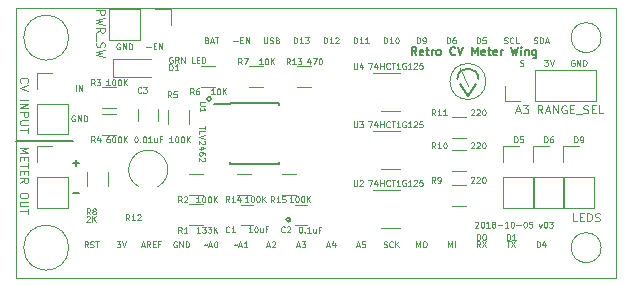
<source format=gbr>
G04 #@! TF.GenerationSoftware,KiCad,Pcbnew,(5.0.0-rc2-dev-444-g2974a2c10)*
G04 #@! TF.CreationDate,2018-10-05T22:12:32-07:00*
G04 #@! TF.ProjectId,retro meter v03,726574726F206D65746572207630332E,v03*
G04 #@! TF.SameCoordinates,Original*
G04 #@! TF.FileFunction,Legend,Top*
G04 #@! TF.FilePolarity,Positive*
%FSLAX46Y46*%
G04 Gerber Fmt 4.6, Leading zero omitted, Abs format (unit mm)*
G04 Created by KiCad (PCBNEW (5.0.0-rc2-dev-444-g2974a2c10)) date 10/05/18 22:12:32*
%MOMM*%
%LPD*%
G01*
G04 APERTURE LIST*
%ADD10C,0.200000*%
%ADD11C,0.100000*%
%ADD12C,0.150000*%
%ADD13C,0.120000*%
G04 APERTURE END LIST*
D10*
X126087405Y-110667800D02*
G75*
G03X126087405Y-110667800I-179605J0D01*
G01*
X119356405Y-100431600D02*
G75*
G03X119356405Y-100431600I-179605J0D01*
G01*
X102870000Y-104013000D02*
X107696000Y-104013000D01*
D11*
X107942095Y-99794190D02*
X107942095Y-99294190D01*
X108180190Y-99794190D02*
X108180190Y-99294190D01*
X108465904Y-99794190D01*
X108465904Y-99294190D01*
D12*
X107683333Y-105841000D02*
X108216666Y-105841000D01*
X107950000Y-106107666D02*
X107950000Y-105574333D01*
X107683333Y-108381000D02*
X108216666Y-108381000D01*
D11*
X107823047Y-101858000D02*
X107775428Y-101834190D01*
X107704000Y-101834190D01*
X107632571Y-101858000D01*
X107584952Y-101905619D01*
X107561142Y-101953238D01*
X107537333Y-102048476D01*
X107537333Y-102119904D01*
X107561142Y-102215142D01*
X107584952Y-102262761D01*
X107632571Y-102310380D01*
X107704000Y-102334190D01*
X107751619Y-102334190D01*
X107823047Y-102310380D01*
X107846857Y-102286571D01*
X107846857Y-102119904D01*
X107751619Y-102119904D01*
X108061142Y-102334190D02*
X108061142Y-101834190D01*
X108346857Y-102334190D01*
X108346857Y-101834190D01*
X108584952Y-102334190D02*
X108584952Y-101834190D01*
X108704000Y-101834190D01*
X108775428Y-101858000D01*
X108823047Y-101905619D01*
X108846857Y-101953238D01*
X108870666Y-102048476D01*
X108870666Y-102119904D01*
X108846857Y-102215142D01*
X108823047Y-102262761D01*
X108775428Y-102310380D01*
X108704000Y-102334190D01*
X108584952Y-102334190D01*
X113875428Y-96047714D02*
X114256380Y-96047714D01*
X114494476Y-95976285D02*
X114661142Y-95976285D01*
X114732571Y-96238190D02*
X114494476Y-96238190D01*
X114494476Y-95738190D01*
X114732571Y-95738190D01*
X114946857Y-96238190D02*
X114946857Y-95738190D01*
X115232571Y-96238190D01*
X115232571Y-95738190D01*
X111633047Y-95762000D02*
X111585428Y-95738190D01*
X111514000Y-95738190D01*
X111442571Y-95762000D01*
X111394952Y-95809619D01*
X111371142Y-95857238D01*
X111347333Y-95952476D01*
X111347333Y-96023904D01*
X111371142Y-96119142D01*
X111394952Y-96166761D01*
X111442571Y-96214380D01*
X111514000Y-96238190D01*
X111561619Y-96238190D01*
X111633047Y-96214380D01*
X111656857Y-96190571D01*
X111656857Y-96023904D01*
X111561619Y-96023904D01*
X111871142Y-96238190D02*
X111871142Y-95738190D01*
X112156857Y-96238190D01*
X112156857Y-95738190D01*
X112394952Y-96238190D02*
X112394952Y-95738190D01*
X112514000Y-95738190D01*
X112585428Y-95762000D01*
X112633047Y-95809619D01*
X112656857Y-95857238D01*
X112680666Y-95952476D01*
X112680666Y-96023904D01*
X112656857Y-96119142D01*
X112633047Y-96166761D01*
X112585428Y-96214380D01*
X112514000Y-96238190D01*
X112394952Y-96238190D01*
X150114047Y-97159000D02*
X150066428Y-97135190D01*
X149995000Y-97135190D01*
X149923571Y-97159000D01*
X149875952Y-97206619D01*
X149852142Y-97254238D01*
X149828333Y-97349476D01*
X149828333Y-97420904D01*
X149852142Y-97516142D01*
X149875952Y-97563761D01*
X149923571Y-97611380D01*
X149995000Y-97635190D01*
X150042619Y-97635190D01*
X150114047Y-97611380D01*
X150137857Y-97587571D01*
X150137857Y-97420904D01*
X150042619Y-97420904D01*
X150352142Y-97635190D02*
X150352142Y-97135190D01*
X150637857Y-97635190D01*
X150637857Y-97135190D01*
X150875952Y-97635190D02*
X150875952Y-97135190D01*
X150995000Y-97135190D01*
X151066428Y-97159000D01*
X151114047Y-97206619D01*
X151137857Y-97254238D01*
X151161666Y-97349476D01*
X151161666Y-97420904D01*
X151137857Y-97516142D01*
X151114047Y-97563761D01*
X151066428Y-97611380D01*
X150995000Y-97635190D01*
X150875952Y-97635190D01*
X145526142Y-97611380D02*
X145597571Y-97635190D01*
X145716619Y-97635190D01*
X145764238Y-97611380D01*
X145788047Y-97587571D01*
X145811857Y-97539952D01*
X145811857Y-97492333D01*
X145788047Y-97444714D01*
X145764238Y-97420904D01*
X145716619Y-97397095D01*
X145621380Y-97373285D01*
X145573761Y-97349476D01*
X145549952Y-97325666D01*
X145526142Y-97278047D01*
X145526142Y-97230428D01*
X145549952Y-97182809D01*
X145573761Y-97159000D01*
X145621380Y-97135190D01*
X145740428Y-97135190D01*
X145811857Y-97159000D01*
X147574047Y-97135190D02*
X147883571Y-97135190D01*
X147716904Y-97325666D01*
X147788333Y-97325666D01*
X147835952Y-97349476D01*
X147859761Y-97373285D01*
X147883571Y-97420904D01*
X147883571Y-97539952D01*
X147859761Y-97587571D01*
X147835952Y-97611380D01*
X147788333Y-97635190D01*
X147645476Y-97635190D01*
X147597857Y-97611380D01*
X147574047Y-97587571D01*
X148026428Y-97135190D02*
X148193095Y-97635190D01*
X148359761Y-97135190D01*
X145045952Y-104112190D02*
X145045952Y-103612190D01*
X145165000Y-103612190D01*
X145236428Y-103636000D01*
X145284047Y-103683619D01*
X145307857Y-103731238D01*
X145331666Y-103826476D01*
X145331666Y-103897904D01*
X145307857Y-103993142D01*
X145284047Y-104040761D01*
X145236428Y-104088380D01*
X145165000Y-104112190D01*
X145045952Y-104112190D01*
X145784047Y-103612190D02*
X145545952Y-103612190D01*
X145522142Y-103850285D01*
X145545952Y-103826476D01*
X145593571Y-103802666D01*
X145712619Y-103802666D01*
X145760238Y-103826476D01*
X145784047Y-103850285D01*
X145807857Y-103897904D01*
X145807857Y-104016952D01*
X145784047Y-104064571D01*
X145760238Y-104088380D01*
X145712619Y-104112190D01*
X145593571Y-104112190D01*
X145545952Y-104088380D01*
X145522142Y-104064571D01*
X147585952Y-104112190D02*
X147585952Y-103612190D01*
X147705000Y-103612190D01*
X147776428Y-103636000D01*
X147824047Y-103683619D01*
X147847857Y-103731238D01*
X147871666Y-103826476D01*
X147871666Y-103897904D01*
X147847857Y-103993142D01*
X147824047Y-104040761D01*
X147776428Y-104088380D01*
X147705000Y-104112190D01*
X147585952Y-104112190D01*
X148300238Y-103612190D02*
X148205000Y-103612190D01*
X148157380Y-103636000D01*
X148133571Y-103659809D01*
X148085952Y-103731238D01*
X148062142Y-103826476D01*
X148062142Y-104016952D01*
X148085952Y-104064571D01*
X148109761Y-104088380D01*
X148157380Y-104112190D01*
X148252619Y-104112190D01*
X148300238Y-104088380D01*
X148324047Y-104064571D01*
X148347857Y-104016952D01*
X148347857Y-103897904D01*
X148324047Y-103850285D01*
X148300238Y-103826476D01*
X148252619Y-103802666D01*
X148157380Y-103802666D01*
X148109761Y-103826476D01*
X148085952Y-103850285D01*
X148062142Y-103897904D01*
X150125952Y-104112190D02*
X150125952Y-103612190D01*
X150245000Y-103612190D01*
X150316428Y-103636000D01*
X150364047Y-103683619D01*
X150387857Y-103731238D01*
X150411666Y-103826476D01*
X150411666Y-103897904D01*
X150387857Y-103993142D01*
X150364047Y-104040761D01*
X150316428Y-104088380D01*
X150245000Y-104112190D01*
X150125952Y-104112190D01*
X150649761Y-104112190D02*
X150745000Y-104112190D01*
X150792619Y-104088380D01*
X150816428Y-104064571D01*
X150864047Y-103993142D01*
X150887857Y-103897904D01*
X150887857Y-103707428D01*
X150864047Y-103659809D01*
X150840238Y-103636000D01*
X150792619Y-103612190D01*
X150697380Y-103612190D01*
X150649761Y-103636000D01*
X150625952Y-103659809D01*
X150602142Y-103707428D01*
X150602142Y-103826476D01*
X150625952Y-103874095D01*
X150649761Y-103897904D01*
X150697380Y-103921714D01*
X150792619Y-103921714D01*
X150840238Y-103897904D01*
X150864047Y-103874095D01*
X150887857Y-103826476D01*
X150346666Y-110806666D02*
X150013333Y-110806666D01*
X150013333Y-110106666D01*
X150580000Y-110440000D02*
X150813333Y-110440000D01*
X150913333Y-110806666D02*
X150580000Y-110806666D01*
X150580000Y-110106666D01*
X150913333Y-110106666D01*
X151213333Y-110806666D02*
X151213333Y-110106666D01*
X151380000Y-110106666D01*
X151480000Y-110140000D01*
X151546666Y-110206666D01*
X151580000Y-110273333D01*
X151613333Y-110406666D01*
X151613333Y-110506666D01*
X151580000Y-110640000D01*
X151546666Y-110706666D01*
X151480000Y-110773333D01*
X151380000Y-110806666D01*
X151213333Y-110806666D01*
X151880000Y-110773333D02*
X151980000Y-110806666D01*
X152146666Y-110806666D01*
X152213333Y-110773333D01*
X152246666Y-110740000D01*
X152280000Y-110673333D01*
X152280000Y-110606666D01*
X152246666Y-110540000D01*
X152213333Y-110506666D01*
X152146666Y-110473333D01*
X152013333Y-110440000D01*
X151946666Y-110406666D01*
X151913333Y-110373333D01*
X151880000Y-110306666D01*
X151880000Y-110240000D01*
X151913333Y-110173333D01*
X151946666Y-110140000D01*
X152013333Y-110106666D01*
X152180000Y-110106666D01*
X152280000Y-110140000D01*
X145194000Y-101462666D02*
X145527333Y-101462666D01*
X145127333Y-101662666D02*
X145360666Y-100962666D01*
X145594000Y-101662666D01*
X145760666Y-100962666D02*
X146194000Y-100962666D01*
X145960666Y-101229333D01*
X146060666Y-101229333D01*
X146127333Y-101262666D01*
X146160666Y-101296000D01*
X146194000Y-101362666D01*
X146194000Y-101529333D01*
X146160666Y-101596000D01*
X146127333Y-101629333D01*
X146060666Y-101662666D01*
X145860666Y-101662666D01*
X145794000Y-101629333D01*
X145760666Y-101596000D01*
X147427333Y-101662666D02*
X147194000Y-101329333D01*
X147027333Y-101662666D02*
X147027333Y-100962666D01*
X147294000Y-100962666D01*
X147360666Y-100996000D01*
X147394000Y-101029333D01*
X147427333Y-101096000D01*
X147427333Y-101196000D01*
X147394000Y-101262666D01*
X147360666Y-101296000D01*
X147294000Y-101329333D01*
X147027333Y-101329333D01*
X147694000Y-101462666D02*
X148027333Y-101462666D01*
X147627333Y-101662666D02*
X147860666Y-100962666D01*
X148094000Y-101662666D01*
X148327333Y-101662666D02*
X148327333Y-100962666D01*
X148727333Y-101662666D01*
X148727333Y-100962666D01*
X149427333Y-100996000D02*
X149360666Y-100962666D01*
X149260666Y-100962666D01*
X149160666Y-100996000D01*
X149094000Y-101062666D01*
X149060666Y-101129333D01*
X149027333Y-101262666D01*
X149027333Y-101362666D01*
X149060666Y-101496000D01*
X149094000Y-101562666D01*
X149160666Y-101629333D01*
X149260666Y-101662666D01*
X149327333Y-101662666D01*
X149427333Y-101629333D01*
X149460666Y-101596000D01*
X149460666Y-101362666D01*
X149327333Y-101362666D01*
X149760666Y-101296000D02*
X149994000Y-101296000D01*
X150094000Y-101662666D02*
X149760666Y-101662666D01*
X149760666Y-100962666D01*
X150094000Y-100962666D01*
X150227333Y-101729333D02*
X150760666Y-101729333D01*
X150894000Y-101629333D02*
X150994000Y-101662666D01*
X151160666Y-101662666D01*
X151227333Y-101629333D01*
X151260666Y-101596000D01*
X151294000Y-101529333D01*
X151294000Y-101462666D01*
X151260666Y-101396000D01*
X151227333Y-101362666D01*
X151160666Y-101329333D01*
X151027333Y-101296000D01*
X150960666Y-101262666D01*
X150927333Y-101229333D01*
X150894000Y-101162666D01*
X150894000Y-101096000D01*
X150927333Y-101029333D01*
X150960666Y-100996000D01*
X151027333Y-100962666D01*
X151194000Y-100962666D01*
X151294000Y-100996000D01*
X151594000Y-101296000D02*
X151827333Y-101296000D01*
X151927333Y-101662666D02*
X151594000Y-101662666D01*
X151594000Y-100962666D01*
X151927333Y-100962666D01*
X152560666Y-101662666D02*
X152227333Y-101662666D01*
X152227333Y-100962666D01*
D12*
X141109839Y-100158011D02*
X141809839Y-99158011D01*
X140209839Y-98758011D02*
G75*
G02X142009839Y-98758011I900000J0D01*
G01*
D11*
X141109839Y-99358011D02*
X140409839Y-97858011D01*
X142636273Y-98958011D02*
G75*
G03X142636273Y-98958011I-1526434J0D01*
G01*
D12*
X140409839Y-99158011D02*
X141109839Y-100158011D01*
D11*
X141722885Y-110873409D02*
X141746695Y-110849600D01*
X141794314Y-110825790D01*
X141913361Y-110825790D01*
X141960980Y-110849600D01*
X141984790Y-110873409D01*
X142008600Y-110921028D01*
X142008600Y-110968647D01*
X141984790Y-111040076D01*
X141699076Y-111325790D01*
X142008600Y-111325790D01*
X142318123Y-110825790D02*
X142365742Y-110825790D01*
X142413361Y-110849600D01*
X142437171Y-110873409D01*
X142460980Y-110921028D01*
X142484790Y-111016266D01*
X142484790Y-111135314D01*
X142460980Y-111230552D01*
X142437171Y-111278171D01*
X142413361Y-111301980D01*
X142365742Y-111325790D01*
X142318123Y-111325790D01*
X142270504Y-111301980D01*
X142246695Y-111278171D01*
X142222885Y-111230552D01*
X142199076Y-111135314D01*
X142199076Y-111016266D01*
X142222885Y-110921028D01*
X142246695Y-110873409D01*
X142270504Y-110849600D01*
X142318123Y-110825790D01*
X142960980Y-111325790D02*
X142675266Y-111325790D01*
X142818123Y-111325790D02*
X142818123Y-110825790D01*
X142770504Y-110897219D01*
X142722885Y-110944838D01*
X142675266Y-110968647D01*
X143246695Y-111040076D02*
X143199076Y-111016266D01*
X143175266Y-110992457D01*
X143151457Y-110944838D01*
X143151457Y-110921028D01*
X143175266Y-110873409D01*
X143199076Y-110849600D01*
X143246695Y-110825790D01*
X143341933Y-110825790D01*
X143389552Y-110849600D01*
X143413361Y-110873409D01*
X143437171Y-110921028D01*
X143437171Y-110944838D01*
X143413361Y-110992457D01*
X143389552Y-111016266D01*
X143341933Y-111040076D01*
X143246695Y-111040076D01*
X143199076Y-111063885D01*
X143175266Y-111087695D01*
X143151457Y-111135314D01*
X143151457Y-111230552D01*
X143175266Y-111278171D01*
X143199076Y-111301980D01*
X143246695Y-111325790D01*
X143341933Y-111325790D01*
X143389552Y-111301980D01*
X143413361Y-111278171D01*
X143437171Y-111230552D01*
X143437171Y-111135314D01*
X143413361Y-111087695D01*
X143389552Y-111063885D01*
X143341933Y-111040076D01*
X143651457Y-111135314D02*
X144032409Y-111135314D01*
X144532409Y-111325790D02*
X144246695Y-111325790D01*
X144389552Y-111325790D02*
X144389552Y-110825790D01*
X144341933Y-110897219D01*
X144294314Y-110944838D01*
X144246695Y-110968647D01*
X144841933Y-110825790D02*
X144889552Y-110825790D01*
X144937171Y-110849600D01*
X144960980Y-110873409D01*
X144984790Y-110921028D01*
X145008600Y-111016266D01*
X145008600Y-111135314D01*
X144984790Y-111230552D01*
X144960980Y-111278171D01*
X144937171Y-111301980D01*
X144889552Y-111325790D01*
X144841933Y-111325790D01*
X144794314Y-111301980D01*
X144770504Y-111278171D01*
X144746695Y-111230552D01*
X144722885Y-111135314D01*
X144722885Y-111016266D01*
X144746695Y-110921028D01*
X144770504Y-110873409D01*
X144794314Y-110849600D01*
X144841933Y-110825790D01*
X145222885Y-111135314D02*
X145603838Y-111135314D01*
X145937171Y-110825790D02*
X145984790Y-110825790D01*
X146032409Y-110849600D01*
X146056219Y-110873409D01*
X146080028Y-110921028D01*
X146103838Y-111016266D01*
X146103838Y-111135314D01*
X146080028Y-111230552D01*
X146056219Y-111278171D01*
X146032409Y-111301980D01*
X145984790Y-111325790D01*
X145937171Y-111325790D01*
X145889552Y-111301980D01*
X145865742Y-111278171D01*
X145841933Y-111230552D01*
X145818123Y-111135314D01*
X145818123Y-111016266D01*
X145841933Y-110921028D01*
X145865742Y-110873409D01*
X145889552Y-110849600D01*
X145937171Y-110825790D01*
X146556219Y-110825790D02*
X146318123Y-110825790D01*
X146294314Y-111063885D01*
X146318123Y-111040076D01*
X146365742Y-111016266D01*
X146484790Y-111016266D01*
X146532409Y-111040076D01*
X146556219Y-111063885D01*
X146580028Y-111111504D01*
X146580028Y-111230552D01*
X146556219Y-111278171D01*
X146532409Y-111301980D01*
X146484790Y-111325790D01*
X146365742Y-111325790D01*
X146318123Y-111301980D01*
X146294314Y-111278171D01*
X147127647Y-110992457D02*
X147246695Y-111325790D01*
X147365742Y-110992457D01*
X147651457Y-110825790D02*
X147699076Y-110825790D01*
X147746695Y-110849600D01*
X147770504Y-110873409D01*
X147794314Y-110921028D01*
X147818123Y-111016266D01*
X147818123Y-111135314D01*
X147794314Y-111230552D01*
X147770504Y-111278171D01*
X147746695Y-111301980D01*
X147699076Y-111325790D01*
X147651457Y-111325790D01*
X147603838Y-111301980D01*
X147580028Y-111278171D01*
X147556219Y-111230552D01*
X147532409Y-111135314D01*
X147532409Y-111016266D01*
X147556219Y-110921028D01*
X147580028Y-110873409D01*
X147603838Y-110849600D01*
X147651457Y-110825790D01*
X147984790Y-110825790D02*
X148294314Y-110825790D01*
X148127647Y-111016266D01*
X148199076Y-111016266D01*
X148246695Y-111040076D01*
X148270504Y-111063885D01*
X148294314Y-111111504D01*
X148294314Y-111230552D01*
X148270504Y-111278171D01*
X148246695Y-111301980D01*
X148199076Y-111325790D01*
X148056219Y-111325790D01*
X148008600Y-111301980D01*
X147984790Y-111278171D01*
D12*
X136747066Y-96735066D02*
X136513733Y-96401733D01*
X136347066Y-96735066D02*
X136347066Y-96035066D01*
X136613733Y-96035066D01*
X136680400Y-96068400D01*
X136713733Y-96101733D01*
X136747066Y-96168400D01*
X136747066Y-96268400D01*
X136713733Y-96335066D01*
X136680400Y-96368400D01*
X136613733Y-96401733D01*
X136347066Y-96401733D01*
X137313733Y-96701733D02*
X137247066Y-96735066D01*
X137113733Y-96735066D01*
X137047066Y-96701733D01*
X137013733Y-96635066D01*
X137013733Y-96368400D01*
X137047066Y-96301733D01*
X137113733Y-96268400D01*
X137247066Y-96268400D01*
X137313733Y-96301733D01*
X137347066Y-96368400D01*
X137347066Y-96435066D01*
X137013733Y-96501733D01*
X137547066Y-96268400D02*
X137813733Y-96268400D01*
X137647066Y-96035066D02*
X137647066Y-96635066D01*
X137680400Y-96701733D01*
X137747066Y-96735066D01*
X137813733Y-96735066D01*
X138047066Y-96735066D02*
X138047066Y-96268400D01*
X138047066Y-96401733D02*
X138080400Y-96335066D01*
X138113733Y-96301733D01*
X138180400Y-96268400D01*
X138247066Y-96268400D01*
X138580400Y-96735066D02*
X138513733Y-96701733D01*
X138480400Y-96668400D01*
X138447066Y-96601733D01*
X138447066Y-96401733D01*
X138480400Y-96335066D01*
X138513733Y-96301733D01*
X138580400Y-96268400D01*
X138680400Y-96268400D01*
X138747066Y-96301733D01*
X138780400Y-96335066D01*
X138813733Y-96401733D01*
X138813733Y-96601733D01*
X138780400Y-96668400D01*
X138747066Y-96701733D01*
X138680400Y-96735066D01*
X138580400Y-96735066D01*
X140047066Y-96668400D02*
X140013733Y-96701733D01*
X139913733Y-96735066D01*
X139847066Y-96735066D01*
X139747066Y-96701733D01*
X139680400Y-96635066D01*
X139647066Y-96568400D01*
X139613733Y-96435066D01*
X139613733Y-96335066D01*
X139647066Y-96201733D01*
X139680400Y-96135066D01*
X139747066Y-96068400D01*
X139847066Y-96035066D01*
X139913733Y-96035066D01*
X140013733Y-96068400D01*
X140047066Y-96101733D01*
X140247066Y-96035066D02*
X140480400Y-96735066D01*
X140713733Y-96035066D01*
X141480400Y-96735066D02*
X141480400Y-96035066D01*
X141713733Y-96535066D01*
X141947066Y-96035066D01*
X141947066Y-96735066D01*
X142547066Y-96701733D02*
X142480400Y-96735066D01*
X142347066Y-96735066D01*
X142280400Y-96701733D01*
X142247066Y-96635066D01*
X142247066Y-96368400D01*
X142280400Y-96301733D01*
X142347066Y-96268400D01*
X142480400Y-96268400D01*
X142547066Y-96301733D01*
X142580400Y-96368400D01*
X142580400Y-96435066D01*
X142247066Y-96501733D01*
X142780400Y-96268400D02*
X143047066Y-96268400D01*
X142880400Y-96035066D02*
X142880400Y-96635066D01*
X142913733Y-96701733D01*
X142980400Y-96735066D01*
X143047066Y-96735066D01*
X143547066Y-96701733D02*
X143480400Y-96735066D01*
X143347066Y-96735066D01*
X143280400Y-96701733D01*
X143247066Y-96635066D01*
X143247066Y-96368400D01*
X143280400Y-96301733D01*
X143347066Y-96268400D01*
X143480400Y-96268400D01*
X143547066Y-96301733D01*
X143580400Y-96368400D01*
X143580400Y-96435066D01*
X143247066Y-96501733D01*
X143880400Y-96735066D02*
X143880400Y-96268400D01*
X143880400Y-96401733D02*
X143913733Y-96335066D01*
X143947066Y-96301733D01*
X144013733Y-96268400D01*
X144080400Y-96268400D01*
X144780400Y-96035066D02*
X144947066Y-96735066D01*
X145080400Y-96235066D01*
X145213733Y-96735066D01*
X145380400Y-96035066D01*
X145647066Y-96735066D02*
X145647066Y-96268400D01*
X145647066Y-96035066D02*
X145613733Y-96068400D01*
X145647066Y-96101733D01*
X145680400Y-96068400D01*
X145647066Y-96035066D01*
X145647066Y-96101733D01*
X145980400Y-96268400D02*
X145980400Y-96735066D01*
X145980400Y-96335066D02*
X146013733Y-96301733D01*
X146080400Y-96268400D01*
X146180400Y-96268400D01*
X146247066Y-96301733D01*
X146280400Y-96368400D01*
X146280400Y-96735066D01*
X146913733Y-96268400D02*
X146913733Y-96835066D01*
X146880400Y-96901733D01*
X146847066Y-96935066D01*
X146780400Y-96968400D01*
X146680400Y-96968400D01*
X146613733Y-96935066D01*
X146913733Y-96701733D02*
X146847066Y-96735066D01*
X146713733Y-96735066D01*
X146647066Y-96701733D01*
X146613733Y-96668400D01*
X146580400Y-96601733D01*
X146580400Y-96401733D01*
X146613733Y-96335066D01*
X146647066Y-96301733D01*
X146713733Y-96268400D01*
X146847066Y-96268400D01*
X146913733Y-96301733D01*
D11*
X109665333Y-92935666D02*
X110365333Y-92935666D01*
X110365333Y-93202333D01*
X110332000Y-93269000D01*
X110298666Y-93302333D01*
X110232000Y-93335666D01*
X110132000Y-93335666D01*
X110065333Y-93302333D01*
X110032000Y-93269000D01*
X109998666Y-93202333D01*
X109998666Y-92935666D01*
X110365333Y-93569000D02*
X109665333Y-93735666D01*
X110165333Y-93869000D01*
X109665333Y-94002333D01*
X110365333Y-94169000D01*
X109665333Y-94835666D02*
X109998666Y-94602333D01*
X109665333Y-94435666D02*
X110365333Y-94435666D01*
X110365333Y-94702333D01*
X110332000Y-94769000D01*
X110298666Y-94802333D01*
X110232000Y-94835666D01*
X110132000Y-94835666D01*
X110065333Y-94802333D01*
X110032000Y-94769000D01*
X109998666Y-94702333D01*
X109998666Y-94435666D01*
X109598666Y-94969000D02*
X109598666Y-95502333D01*
X109698666Y-95635666D02*
X109665333Y-95735666D01*
X109665333Y-95902333D01*
X109698666Y-95969000D01*
X109732000Y-96002333D01*
X109798666Y-96035666D01*
X109865333Y-96035666D01*
X109932000Y-96002333D01*
X109965333Y-95969000D01*
X109998666Y-95902333D01*
X110032000Y-95769000D01*
X110065333Y-95702333D01*
X110098666Y-95669000D01*
X110165333Y-95635666D01*
X110232000Y-95635666D01*
X110298666Y-95669000D01*
X110332000Y-95702333D01*
X110365333Y-95769000D01*
X110365333Y-95935666D01*
X110332000Y-96035666D01*
X110365333Y-96269000D02*
X109665333Y-96435666D01*
X110165333Y-96569000D01*
X109665333Y-96702333D01*
X110365333Y-96869000D01*
X103255000Y-99056666D02*
X103221666Y-99023333D01*
X103188333Y-98923333D01*
X103188333Y-98856666D01*
X103221666Y-98756666D01*
X103288333Y-98690000D01*
X103355000Y-98656666D01*
X103488333Y-98623333D01*
X103588333Y-98623333D01*
X103721666Y-98656666D01*
X103788333Y-98690000D01*
X103855000Y-98756666D01*
X103888333Y-98856666D01*
X103888333Y-98923333D01*
X103855000Y-99023333D01*
X103821666Y-99056666D01*
X103888333Y-99256666D02*
X103188333Y-99490000D01*
X103888333Y-99723333D01*
X103188333Y-100490000D02*
X103888333Y-100490000D01*
X103188333Y-100823333D02*
X103888333Y-100823333D01*
X103188333Y-101223333D01*
X103888333Y-101223333D01*
X103188333Y-101556666D02*
X103888333Y-101556666D01*
X103888333Y-101823333D01*
X103855000Y-101890000D01*
X103821666Y-101923333D01*
X103755000Y-101956666D01*
X103655000Y-101956666D01*
X103588333Y-101923333D01*
X103555000Y-101890000D01*
X103521666Y-101823333D01*
X103521666Y-101556666D01*
X103888333Y-102256666D02*
X103321666Y-102256666D01*
X103255000Y-102290000D01*
X103221666Y-102323333D01*
X103188333Y-102390000D01*
X103188333Y-102523333D01*
X103221666Y-102590000D01*
X103255000Y-102623333D01*
X103321666Y-102656666D01*
X103888333Y-102656666D01*
X103888333Y-102890000D02*
X103888333Y-103290000D01*
X103188333Y-103090000D02*
X103888333Y-103090000D01*
X103188333Y-104565000D02*
X103888333Y-104565000D01*
X103388333Y-104798333D01*
X103888333Y-105031666D01*
X103188333Y-105031666D01*
X103555000Y-105365000D02*
X103555000Y-105598333D01*
X103188333Y-105698333D02*
X103188333Y-105365000D01*
X103888333Y-105365000D01*
X103888333Y-105698333D01*
X103888333Y-105898333D02*
X103888333Y-106298333D01*
X103188333Y-106098333D02*
X103888333Y-106098333D01*
X103555000Y-106531666D02*
X103555000Y-106765000D01*
X103188333Y-106865000D02*
X103188333Y-106531666D01*
X103888333Y-106531666D01*
X103888333Y-106865000D01*
X103188333Y-107565000D02*
X103521666Y-107331666D01*
X103188333Y-107165000D02*
X103888333Y-107165000D01*
X103888333Y-107431666D01*
X103855000Y-107498333D01*
X103821666Y-107531666D01*
X103755000Y-107565000D01*
X103655000Y-107565000D01*
X103588333Y-107531666D01*
X103555000Y-107498333D01*
X103521666Y-107431666D01*
X103521666Y-107165000D01*
X103888333Y-108531666D02*
X103888333Y-108665000D01*
X103855000Y-108731666D01*
X103788333Y-108798333D01*
X103655000Y-108831666D01*
X103421666Y-108831666D01*
X103288333Y-108798333D01*
X103221666Y-108731666D01*
X103188333Y-108665000D01*
X103188333Y-108531666D01*
X103221666Y-108465000D01*
X103288333Y-108398333D01*
X103421666Y-108365000D01*
X103655000Y-108365000D01*
X103788333Y-108398333D01*
X103855000Y-108465000D01*
X103888333Y-108531666D01*
X103888333Y-109131666D02*
X103321666Y-109131666D01*
X103255000Y-109165000D01*
X103221666Y-109198333D01*
X103188333Y-109265000D01*
X103188333Y-109398333D01*
X103221666Y-109465000D01*
X103255000Y-109498333D01*
X103321666Y-109531666D01*
X103888333Y-109531666D01*
X103888333Y-109765000D02*
X103888333Y-110165000D01*
X103188333Y-109965000D02*
X103888333Y-109965000D01*
X107309800Y-95245000D02*
G75*
G03X107309800Y-95245000I-1905000J0D01*
G01*
X107309800Y-113025000D02*
G75*
G03X107309800Y-113025000I-1905000J0D01*
G01*
X152394800Y-113025000D02*
G75*
G03X152394800Y-113025000I-1270000J0D01*
G01*
X152394800Y-95245000D02*
G75*
G03X152394800Y-95245000I-1270000J0D01*
G01*
X102864800Y-115565000D02*
X102864800Y-92705000D01*
X153664800Y-115565000D02*
X102864800Y-115565000D01*
X153664800Y-92705000D02*
X153664800Y-115565000D01*
X102864800Y-92705000D02*
X153664800Y-92705000D01*
D13*
X140935000Y-109465000D02*
X139735000Y-109465000D01*
X139735000Y-107705000D02*
X140935000Y-107705000D01*
X108848000Y-107788000D02*
X108848000Y-106588000D01*
X110608000Y-106588000D02*
X110608000Y-107788000D01*
D12*
X120988000Y-100853000D02*
X119588000Y-100853000D01*
X120988000Y-105953000D02*
X125138000Y-105953000D01*
X120988000Y-100803000D02*
X125138000Y-100803000D01*
X120988000Y-105953000D02*
X120988000Y-105808000D01*
X125138000Y-105953000D02*
X125138000Y-105808000D01*
X125138000Y-100803000D02*
X125138000Y-100948000D01*
X120988000Y-100803000D02*
X120988000Y-100853000D01*
D13*
X104588000Y-98238000D02*
X105918000Y-98238000D01*
X104588000Y-99568000D02*
X104588000Y-98238000D01*
X104588000Y-100838000D02*
X107248000Y-100838000D01*
X107248000Y-100838000D02*
X107248000Y-103438000D01*
X104588000Y-100838000D02*
X104588000Y-103438000D01*
X104588000Y-103438000D02*
X107248000Y-103438000D01*
X110734800Y-92805000D02*
X110734800Y-95465000D01*
X113334800Y-92805000D02*
X110734800Y-92805000D01*
X113334800Y-95465000D02*
X110734800Y-95465000D01*
X113334800Y-92805000D02*
X113334800Y-95465000D01*
X114604800Y-92805000D02*
X115934800Y-92805000D01*
X115934800Y-92805000D02*
X115934800Y-94135000D01*
X149165000Y-104461000D02*
X150495000Y-104461000D01*
X149165000Y-105791000D02*
X149165000Y-104461000D01*
X149165000Y-107061000D02*
X151825000Y-107061000D01*
X151825000Y-107061000D02*
X151825000Y-109661000D01*
X149165000Y-107061000D02*
X149165000Y-109661000D01*
X149165000Y-109661000D02*
X151825000Y-109661000D01*
X144212000Y-100644000D02*
X144212000Y-99314000D01*
X145542000Y-100644000D02*
X144212000Y-100644000D01*
X146812000Y-100644000D02*
X146812000Y-97984000D01*
X146812000Y-97984000D02*
X151952000Y-97984000D01*
X146812000Y-100644000D02*
X151952000Y-100644000D01*
X151952000Y-100644000D02*
X151952000Y-97984000D01*
X104588000Y-104461000D02*
X105918000Y-104461000D01*
X104588000Y-105791000D02*
X104588000Y-104461000D01*
X104588000Y-107061000D02*
X107248000Y-107061000D01*
X107248000Y-107061000D02*
X107248000Y-109661000D01*
X104588000Y-107061000D02*
X104588000Y-109661000D01*
X104588000Y-109661000D02*
X107248000Y-109661000D01*
X144085000Y-109661000D02*
X146745000Y-109661000D01*
X144085000Y-107061000D02*
X144085000Y-109661000D01*
X146745000Y-107061000D02*
X146745000Y-109661000D01*
X144085000Y-107061000D02*
X146745000Y-107061000D01*
X144085000Y-105791000D02*
X144085000Y-104461000D01*
X144085000Y-104461000D02*
X145415000Y-104461000D01*
X146625000Y-104461000D02*
X147955000Y-104461000D01*
X146625000Y-105791000D02*
X146625000Y-104461000D01*
X146625000Y-107061000D02*
X149285000Y-107061000D01*
X149285000Y-107061000D02*
X149285000Y-109661000D01*
X146625000Y-107061000D02*
X146625000Y-109661000D01*
X146625000Y-109661000D02*
X149285000Y-109661000D01*
X140935000Y-106544000D02*
X139735000Y-106544000D01*
X139735000Y-104784000D02*
X140935000Y-104784000D01*
X139735000Y-101990000D02*
X140935000Y-101990000D01*
X140935000Y-103750000D02*
X139735000Y-103750000D01*
X113246578Y-107880828D02*
G75*
G02X114846000Y-107880510I799422J1454828D01*
G01*
X111084000Y-97040000D02*
X111084000Y-98540000D01*
X111084000Y-97040000D02*
X114284000Y-97040000D01*
X114284000Y-98540000D02*
X111084000Y-98540000D01*
X118710000Y-111116000D02*
X117510000Y-111116000D01*
X117510000Y-109356000D02*
X118710000Y-109356000D01*
X118710000Y-108576000D02*
X117510000Y-108576000D01*
X117510000Y-106816000D02*
X118710000Y-106816000D01*
X111344000Y-101210000D02*
X110144000Y-101210000D01*
X110144000Y-99450000D02*
X111344000Y-99450000D01*
X111344000Y-103496000D02*
X110144000Y-103496000D01*
X110144000Y-101736000D02*
X111344000Y-101736000D01*
X115706000Y-102581000D02*
X115706000Y-101381000D01*
X117466000Y-101381000D02*
X117466000Y-102581000D01*
X118526000Y-97672000D02*
X119726000Y-97672000D01*
X119726000Y-99432000D02*
X118526000Y-99432000D01*
X123790000Y-99432000D02*
X122590000Y-99432000D01*
X122590000Y-97672000D02*
X123790000Y-97672000D01*
X127854000Y-99432000D02*
X126654000Y-99432000D01*
X126654000Y-97672000D02*
X127854000Y-97672000D01*
X135369200Y-108128000D02*
X133069200Y-108128000D01*
X133769200Y-111328000D02*
X135369200Y-111328000D01*
X133769200Y-106375000D02*
X135369200Y-106375000D01*
X135369200Y-103175000D02*
X133069200Y-103175000D01*
X135369200Y-98222000D02*
X133069200Y-98222000D01*
X133769200Y-101422000D02*
X135369200Y-101422000D01*
X122928000Y-109386000D02*
X121928000Y-109386000D01*
X121928000Y-111086000D02*
X122928000Y-111086000D01*
X126500000Y-111086000D02*
X127500000Y-111086000D01*
X127500000Y-109386000D02*
X126500000Y-109386000D01*
X113196000Y-101281000D02*
X113196000Y-102281000D01*
X114896000Y-102281000D02*
X114896000Y-101281000D01*
X121574000Y-106816000D02*
X122774000Y-106816000D01*
X122774000Y-108576000D02*
X121574000Y-108576000D01*
X126584000Y-108576000D02*
X125384000Y-108576000D01*
X125384000Y-106816000D02*
X126584000Y-106816000D01*
D11*
X146945752Y-112997190D02*
X146945752Y-112497190D01*
X147064800Y-112497190D01*
X147136228Y-112521000D01*
X147183847Y-112568619D01*
X147207657Y-112616238D01*
X147231466Y-112711476D01*
X147231466Y-112782904D01*
X147207657Y-112878142D01*
X147183847Y-112925761D01*
X147136228Y-112973380D01*
X147064800Y-112997190D01*
X146945752Y-112997190D01*
X147660038Y-112663857D02*
X147660038Y-112997190D01*
X147540990Y-112473380D02*
X147421942Y-112830523D01*
X147731466Y-112830523D01*
X144393847Y-112497190D02*
X144679561Y-112497190D01*
X144536704Y-112997190D02*
X144536704Y-112497190D01*
X144798609Y-112497190D02*
X145131942Y-112997190D01*
X145131942Y-112497190D02*
X144798609Y-112997190D01*
X141865752Y-95725190D02*
X141865752Y-95225190D01*
X141984800Y-95225190D01*
X142056228Y-95249000D01*
X142103847Y-95296619D01*
X142127657Y-95344238D01*
X142151466Y-95439476D01*
X142151466Y-95510904D01*
X142127657Y-95606142D01*
X142103847Y-95653761D01*
X142056228Y-95701380D01*
X141984800Y-95725190D01*
X141865752Y-95725190D01*
X142603847Y-95225190D02*
X142365752Y-95225190D01*
X142341942Y-95463285D01*
X142365752Y-95439476D01*
X142413371Y-95415666D01*
X142532419Y-95415666D01*
X142580038Y-95439476D01*
X142603847Y-95463285D01*
X142627657Y-95510904D01*
X142627657Y-95629952D01*
X142603847Y-95677571D01*
X142580038Y-95701380D01*
X142532419Y-95725190D01*
X142413371Y-95725190D01*
X142365752Y-95701380D01*
X142341942Y-95677571D01*
X136785752Y-95725190D02*
X136785752Y-95225190D01*
X136904800Y-95225190D01*
X136976228Y-95249000D01*
X137023847Y-95296619D01*
X137047657Y-95344238D01*
X137071466Y-95439476D01*
X137071466Y-95510904D01*
X137047657Y-95606142D01*
X137023847Y-95653761D01*
X136976228Y-95701380D01*
X136904800Y-95725190D01*
X136785752Y-95725190D01*
X137309561Y-95725190D02*
X137404800Y-95725190D01*
X137452419Y-95701380D01*
X137476228Y-95677571D01*
X137523847Y-95606142D01*
X137547657Y-95510904D01*
X137547657Y-95320428D01*
X137523847Y-95272809D01*
X137500038Y-95249000D01*
X137452419Y-95225190D01*
X137357180Y-95225190D01*
X137309561Y-95249000D01*
X137285752Y-95272809D01*
X137261942Y-95320428D01*
X137261942Y-95439476D01*
X137285752Y-95487095D01*
X137309561Y-95510904D01*
X137357180Y-95534714D01*
X137452419Y-95534714D01*
X137500038Y-95510904D01*
X137523847Y-95487095D01*
X137547657Y-95439476D01*
X139325752Y-95725190D02*
X139325752Y-95225190D01*
X139444800Y-95225190D01*
X139516228Y-95249000D01*
X139563847Y-95296619D01*
X139587657Y-95344238D01*
X139611466Y-95439476D01*
X139611466Y-95510904D01*
X139587657Y-95606142D01*
X139563847Y-95653761D01*
X139516228Y-95701380D01*
X139444800Y-95725190D01*
X139325752Y-95725190D01*
X140040038Y-95225190D02*
X139944800Y-95225190D01*
X139897180Y-95249000D01*
X139873371Y-95272809D01*
X139825752Y-95344238D01*
X139801942Y-95439476D01*
X139801942Y-95629952D01*
X139825752Y-95677571D01*
X139849561Y-95701380D01*
X139897180Y-95725190D01*
X139992419Y-95725190D01*
X140040038Y-95701380D01*
X140063847Y-95677571D01*
X140087657Y-95629952D01*
X140087657Y-95510904D01*
X140063847Y-95463285D01*
X140040038Y-95439476D01*
X139992419Y-95415666D01*
X139897180Y-95415666D01*
X139849561Y-95439476D01*
X139825752Y-95463285D01*
X139801942Y-95510904D01*
X144179561Y-95701380D02*
X144250990Y-95725190D01*
X144370038Y-95725190D01*
X144417657Y-95701380D01*
X144441466Y-95677571D01*
X144465276Y-95629952D01*
X144465276Y-95582333D01*
X144441466Y-95534714D01*
X144417657Y-95510904D01*
X144370038Y-95487095D01*
X144274800Y-95463285D01*
X144227180Y-95439476D01*
X144203371Y-95415666D01*
X144179561Y-95368047D01*
X144179561Y-95320428D01*
X144203371Y-95272809D01*
X144227180Y-95249000D01*
X144274800Y-95225190D01*
X144393847Y-95225190D01*
X144465276Y-95249000D01*
X144965276Y-95677571D02*
X144941466Y-95701380D01*
X144870038Y-95725190D01*
X144822419Y-95725190D01*
X144750990Y-95701380D01*
X144703371Y-95653761D01*
X144679561Y-95606142D01*
X144655752Y-95510904D01*
X144655752Y-95439476D01*
X144679561Y-95344238D01*
X144703371Y-95296619D01*
X144750990Y-95249000D01*
X144822419Y-95225190D01*
X144870038Y-95225190D01*
X144941466Y-95249000D01*
X144965276Y-95272809D01*
X145417657Y-95725190D02*
X145179561Y-95725190D01*
X145179561Y-95225190D01*
X146707657Y-95701380D02*
X146779085Y-95725190D01*
X146898133Y-95725190D01*
X146945752Y-95701380D01*
X146969561Y-95677571D01*
X146993371Y-95629952D01*
X146993371Y-95582333D01*
X146969561Y-95534714D01*
X146945752Y-95510904D01*
X146898133Y-95487095D01*
X146802895Y-95463285D01*
X146755276Y-95439476D01*
X146731466Y-95415666D01*
X146707657Y-95368047D01*
X146707657Y-95320428D01*
X146731466Y-95272809D01*
X146755276Y-95249000D01*
X146802895Y-95225190D01*
X146921942Y-95225190D01*
X146993371Y-95249000D01*
X147207657Y-95725190D02*
X147207657Y-95225190D01*
X147326704Y-95225190D01*
X147398133Y-95249000D01*
X147445752Y-95296619D01*
X147469561Y-95344238D01*
X147493371Y-95439476D01*
X147493371Y-95510904D01*
X147469561Y-95606142D01*
X147445752Y-95653761D01*
X147398133Y-95701380D01*
X147326704Y-95725190D01*
X147207657Y-95725190D01*
X147683847Y-95582333D02*
X147921942Y-95582333D01*
X147636228Y-95725190D02*
X147802895Y-95225190D01*
X147969561Y-95725190D01*
X119005752Y-95463285D02*
X119077180Y-95487095D01*
X119100990Y-95510904D01*
X119124800Y-95558523D01*
X119124800Y-95629952D01*
X119100990Y-95677571D01*
X119077180Y-95701380D01*
X119029561Y-95725190D01*
X118839085Y-95725190D01*
X118839085Y-95225190D01*
X119005752Y-95225190D01*
X119053371Y-95249000D01*
X119077180Y-95272809D01*
X119100990Y-95320428D01*
X119100990Y-95368047D01*
X119077180Y-95415666D01*
X119053371Y-95439476D01*
X119005752Y-95463285D01*
X118839085Y-95463285D01*
X119315276Y-95582333D02*
X119553371Y-95582333D01*
X119267657Y-95725190D02*
X119434323Y-95225190D01*
X119600990Y-95725190D01*
X119696228Y-95225190D02*
X119981942Y-95225190D01*
X119839085Y-95725190D02*
X119839085Y-95225190D01*
X128927657Y-95725190D02*
X128927657Y-95225190D01*
X129046704Y-95225190D01*
X129118133Y-95249000D01*
X129165752Y-95296619D01*
X129189561Y-95344238D01*
X129213371Y-95439476D01*
X129213371Y-95510904D01*
X129189561Y-95606142D01*
X129165752Y-95653761D01*
X129118133Y-95701380D01*
X129046704Y-95725190D01*
X128927657Y-95725190D01*
X129689561Y-95725190D02*
X129403847Y-95725190D01*
X129546704Y-95725190D02*
X129546704Y-95225190D01*
X129499085Y-95296619D01*
X129451466Y-95344238D01*
X129403847Y-95368047D01*
X129880038Y-95272809D02*
X129903847Y-95249000D01*
X129951466Y-95225190D01*
X130070514Y-95225190D01*
X130118133Y-95249000D01*
X130141942Y-95272809D01*
X130165752Y-95320428D01*
X130165752Y-95368047D01*
X130141942Y-95439476D01*
X129856228Y-95725190D01*
X130165752Y-95725190D01*
X123823847Y-95225190D02*
X123823847Y-95629952D01*
X123847657Y-95677571D01*
X123871466Y-95701380D01*
X123919085Y-95725190D01*
X124014323Y-95725190D01*
X124061942Y-95701380D01*
X124085752Y-95677571D01*
X124109561Y-95629952D01*
X124109561Y-95225190D01*
X124323847Y-95701380D02*
X124395276Y-95725190D01*
X124514323Y-95725190D01*
X124561942Y-95701380D01*
X124585752Y-95677571D01*
X124609561Y-95629952D01*
X124609561Y-95582333D01*
X124585752Y-95534714D01*
X124561942Y-95510904D01*
X124514323Y-95487095D01*
X124419085Y-95463285D01*
X124371466Y-95439476D01*
X124347657Y-95415666D01*
X124323847Y-95368047D01*
X124323847Y-95320428D01*
X124347657Y-95272809D01*
X124371466Y-95249000D01*
X124419085Y-95225190D01*
X124538133Y-95225190D01*
X124609561Y-95249000D01*
X124990514Y-95463285D02*
X125061942Y-95487095D01*
X125085752Y-95510904D01*
X125109561Y-95558523D01*
X125109561Y-95629952D01*
X125085752Y-95677571D01*
X125061942Y-95701380D01*
X125014323Y-95725190D01*
X124823847Y-95725190D01*
X124823847Y-95225190D01*
X124990514Y-95225190D01*
X125038133Y-95249000D01*
X125061942Y-95272809D01*
X125085752Y-95320428D01*
X125085752Y-95368047D01*
X125061942Y-95415666D01*
X125038133Y-95439476D01*
X124990514Y-95463285D01*
X124823847Y-95463285D01*
X121236228Y-95534714D02*
X121617180Y-95534714D01*
X121855276Y-95463285D02*
X122021942Y-95463285D01*
X122093371Y-95725190D02*
X121855276Y-95725190D01*
X121855276Y-95225190D01*
X122093371Y-95225190D01*
X122307657Y-95725190D02*
X122307657Y-95225190D01*
X122593371Y-95725190D01*
X122593371Y-95225190D01*
X134007657Y-95725190D02*
X134007657Y-95225190D01*
X134126704Y-95225190D01*
X134198133Y-95249000D01*
X134245752Y-95296619D01*
X134269561Y-95344238D01*
X134293371Y-95439476D01*
X134293371Y-95510904D01*
X134269561Y-95606142D01*
X134245752Y-95653761D01*
X134198133Y-95701380D01*
X134126704Y-95725190D01*
X134007657Y-95725190D01*
X134769561Y-95725190D02*
X134483847Y-95725190D01*
X134626704Y-95725190D02*
X134626704Y-95225190D01*
X134579085Y-95296619D01*
X134531466Y-95344238D01*
X134483847Y-95368047D01*
X135079085Y-95225190D02*
X135126704Y-95225190D01*
X135174323Y-95249000D01*
X135198133Y-95272809D01*
X135221942Y-95320428D01*
X135245752Y-95415666D01*
X135245752Y-95534714D01*
X135221942Y-95629952D01*
X135198133Y-95677571D01*
X135174323Y-95701380D01*
X135126704Y-95725190D01*
X135079085Y-95725190D01*
X135031466Y-95701380D01*
X135007657Y-95677571D01*
X134983847Y-95629952D01*
X134960038Y-95534714D01*
X134960038Y-95415666D01*
X134983847Y-95320428D01*
X135007657Y-95272809D01*
X135031466Y-95249000D01*
X135079085Y-95225190D01*
X131467657Y-95725190D02*
X131467657Y-95225190D01*
X131586704Y-95225190D01*
X131658133Y-95249000D01*
X131705752Y-95296619D01*
X131729561Y-95344238D01*
X131753371Y-95439476D01*
X131753371Y-95510904D01*
X131729561Y-95606142D01*
X131705752Y-95653761D01*
X131658133Y-95701380D01*
X131586704Y-95725190D01*
X131467657Y-95725190D01*
X132229561Y-95725190D02*
X131943847Y-95725190D01*
X132086704Y-95725190D02*
X132086704Y-95225190D01*
X132039085Y-95296619D01*
X131991466Y-95344238D01*
X131943847Y-95368047D01*
X132705752Y-95725190D02*
X132420038Y-95725190D01*
X132562895Y-95725190D02*
X132562895Y-95225190D01*
X132515276Y-95296619D01*
X132467657Y-95344238D01*
X132420038Y-95368047D01*
X126387657Y-95725190D02*
X126387657Y-95225190D01*
X126506704Y-95225190D01*
X126578133Y-95249000D01*
X126625752Y-95296619D01*
X126649561Y-95344238D01*
X126673371Y-95439476D01*
X126673371Y-95510904D01*
X126649561Y-95606142D01*
X126625752Y-95653761D01*
X126578133Y-95701380D01*
X126506704Y-95725190D01*
X126387657Y-95725190D01*
X127149561Y-95725190D02*
X126863847Y-95725190D01*
X127006704Y-95725190D02*
X127006704Y-95225190D01*
X126959085Y-95296619D01*
X126911466Y-95344238D01*
X126863847Y-95368047D01*
X127316228Y-95225190D02*
X127625752Y-95225190D01*
X127459085Y-95415666D01*
X127530514Y-95415666D01*
X127578133Y-95439476D01*
X127601942Y-95463285D01*
X127625752Y-95510904D01*
X127625752Y-95629952D01*
X127601942Y-95677571D01*
X127578133Y-95701380D01*
X127530514Y-95725190D01*
X127387657Y-95725190D01*
X127340038Y-95701380D01*
X127316228Y-95677571D01*
X142151466Y-112997190D02*
X141984800Y-112759095D01*
X141865752Y-112997190D02*
X141865752Y-112497190D01*
X142056228Y-112497190D01*
X142103847Y-112521000D01*
X142127657Y-112544809D01*
X142151466Y-112592428D01*
X142151466Y-112663857D01*
X142127657Y-112711476D01*
X142103847Y-112735285D01*
X142056228Y-112759095D01*
X141865752Y-112759095D01*
X142318133Y-112497190D02*
X142651466Y-112997190D01*
X142651466Y-112497190D02*
X142318133Y-112997190D01*
X136726228Y-112997190D02*
X136726228Y-112497190D01*
X136892895Y-112854333D01*
X137059561Y-112497190D01*
X137059561Y-112997190D01*
X137392895Y-112497190D02*
X137488133Y-112497190D01*
X137535752Y-112521000D01*
X137583371Y-112568619D01*
X137607180Y-112663857D01*
X137607180Y-112830523D01*
X137583371Y-112925761D01*
X137535752Y-112973380D01*
X137488133Y-112997190D01*
X137392895Y-112997190D01*
X137345276Y-112973380D01*
X137297657Y-112925761D01*
X137273847Y-112830523D01*
X137273847Y-112663857D01*
X137297657Y-112568619D01*
X137345276Y-112521000D01*
X137392895Y-112497190D01*
X139409085Y-112997190D02*
X139409085Y-112497190D01*
X139575752Y-112854333D01*
X139742419Y-112497190D01*
X139742419Y-112997190D01*
X139980514Y-112997190D02*
X139980514Y-112497190D01*
X133971942Y-112973380D02*
X134043371Y-112997190D01*
X134162419Y-112997190D01*
X134210038Y-112973380D01*
X134233847Y-112949571D01*
X134257657Y-112901952D01*
X134257657Y-112854333D01*
X134233847Y-112806714D01*
X134210038Y-112782904D01*
X134162419Y-112759095D01*
X134067180Y-112735285D01*
X134019561Y-112711476D01*
X133995752Y-112687666D01*
X133971942Y-112640047D01*
X133971942Y-112592428D01*
X133995752Y-112544809D01*
X134019561Y-112521000D01*
X134067180Y-112497190D01*
X134186228Y-112497190D01*
X134257657Y-112521000D01*
X134757657Y-112949571D02*
X134733847Y-112973380D01*
X134662419Y-112997190D01*
X134614800Y-112997190D01*
X134543371Y-112973380D01*
X134495752Y-112925761D01*
X134471942Y-112878142D01*
X134448133Y-112782904D01*
X134448133Y-112711476D01*
X134471942Y-112616238D01*
X134495752Y-112568619D01*
X134543371Y-112521000D01*
X134614800Y-112497190D01*
X134662419Y-112497190D01*
X134733847Y-112521000D01*
X134757657Y-112544809D01*
X134971942Y-112997190D02*
X134971942Y-112497190D01*
X135257657Y-112997190D02*
X135043371Y-112711476D01*
X135257657Y-112497190D02*
X134971942Y-112782904D01*
X126637657Y-112854333D02*
X126875752Y-112854333D01*
X126590038Y-112997190D02*
X126756704Y-112497190D01*
X126923371Y-112997190D01*
X127042419Y-112497190D02*
X127351942Y-112497190D01*
X127185276Y-112687666D01*
X127256704Y-112687666D01*
X127304323Y-112711476D01*
X127328133Y-112735285D01*
X127351942Y-112782904D01*
X127351942Y-112901952D01*
X127328133Y-112949571D01*
X127304323Y-112973380D01*
X127256704Y-112997190D01*
X127113847Y-112997190D01*
X127066228Y-112973380D01*
X127042419Y-112949571D01*
X131717657Y-112854333D02*
X131955752Y-112854333D01*
X131670038Y-112997190D02*
X131836704Y-112497190D01*
X132003371Y-112997190D01*
X132408133Y-112497190D02*
X132170038Y-112497190D01*
X132146228Y-112735285D01*
X132170038Y-112711476D01*
X132217657Y-112687666D01*
X132336704Y-112687666D01*
X132384323Y-112711476D01*
X132408133Y-112735285D01*
X132431942Y-112782904D01*
X132431942Y-112901952D01*
X132408133Y-112949571D01*
X132384323Y-112973380D01*
X132336704Y-112997190D01*
X132217657Y-112997190D01*
X132170038Y-112973380D01*
X132146228Y-112949571D01*
X129177657Y-112854333D02*
X129415752Y-112854333D01*
X129130038Y-112997190D02*
X129296704Y-112497190D01*
X129463371Y-112997190D01*
X129844323Y-112663857D02*
X129844323Y-112997190D01*
X129725276Y-112473380D02*
X129606228Y-112830523D01*
X129915752Y-112830523D01*
X124097657Y-112854333D02*
X124335752Y-112854333D01*
X124050038Y-112997190D02*
X124216704Y-112497190D01*
X124383371Y-112997190D01*
X124526228Y-112544809D02*
X124550038Y-112521000D01*
X124597657Y-112497190D01*
X124716704Y-112497190D01*
X124764323Y-112521000D01*
X124788133Y-112544809D01*
X124811942Y-112592428D01*
X124811942Y-112640047D01*
X124788133Y-112711476D01*
X124502419Y-112997190D01*
X124811942Y-112997190D01*
X121331466Y-112806714D02*
X121355276Y-112782904D01*
X121402895Y-112759095D01*
X121498133Y-112806714D01*
X121545752Y-112782904D01*
X121569561Y-112759095D01*
X121736228Y-112854333D02*
X121974323Y-112854333D01*
X121688609Y-112997190D02*
X121855276Y-112497190D01*
X122021942Y-112997190D01*
X122450514Y-112997190D02*
X122164800Y-112997190D01*
X122307657Y-112997190D02*
X122307657Y-112497190D01*
X122260038Y-112568619D01*
X122212419Y-112616238D01*
X122164800Y-112640047D01*
X118791466Y-112806714D02*
X118815276Y-112782904D01*
X118862895Y-112759095D01*
X118958133Y-112806714D01*
X119005752Y-112782904D01*
X119029561Y-112759095D01*
X119196228Y-112854333D02*
X119434323Y-112854333D01*
X119148609Y-112997190D02*
X119315276Y-112497190D01*
X119481942Y-112997190D01*
X119743847Y-112497190D02*
X119791466Y-112497190D01*
X119839085Y-112521000D01*
X119862895Y-112544809D01*
X119886704Y-112592428D01*
X119910514Y-112687666D01*
X119910514Y-112806714D01*
X119886704Y-112901952D01*
X119862895Y-112949571D01*
X119839085Y-112973380D01*
X119791466Y-112997190D01*
X119743847Y-112997190D01*
X119696228Y-112973380D01*
X119672419Y-112949571D01*
X119648609Y-112901952D01*
X119624800Y-112806714D01*
X119624800Y-112687666D01*
X119648609Y-112592428D01*
X119672419Y-112544809D01*
X119696228Y-112521000D01*
X119743847Y-112497190D01*
X116453847Y-112521000D02*
X116406228Y-112497190D01*
X116334800Y-112497190D01*
X116263371Y-112521000D01*
X116215752Y-112568619D01*
X116191942Y-112616238D01*
X116168133Y-112711476D01*
X116168133Y-112782904D01*
X116191942Y-112878142D01*
X116215752Y-112925761D01*
X116263371Y-112973380D01*
X116334800Y-112997190D01*
X116382419Y-112997190D01*
X116453847Y-112973380D01*
X116477657Y-112949571D01*
X116477657Y-112782904D01*
X116382419Y-112782904D01*
X116691942Y-112997190D02*
X116691942Y-112497190D01*
X116977657Y-112997190D01*
X116977657Y-112497190D01*
X117215752Y-112997190D02*
X117215752Y-112497190D01*
X117334800Y-112497190D01*
X117406228Y-112521000D01*
X117453847Y-112568619D01*
X117477657Y-112616238D01*
X117501466Y-112711476D01*
X117501466Y-112782904D01*
X117477657Y-112878142D01*
X117453847Y-112925761D01*
X117406228Y-112973380D01*
X117334800Y-112997190D01*
X117215752Y-112997190D01*
X113485276Y-112854333D02*
X113723371Y-112854333D01*
X113437657Y-112997190D02*
X113604323Y-112497190D01*
X113770990Y-112997190D01*
X114223371Y-112997190D02*
X114056704Y-112759095D01*
X113937657Y-112997190D02*
X113937657Y-112497190D01*
X114128133Y-112497190D01*
X114175752Y-112521000D01*
X114199561Y-112544809D01*
X114223371Y-112592428D01*
X114223371Y-112663857D01*
X114199561Y-112711476D01*
X114175752Y-112735285D01*
X114128133Y-112759095D01*
X113937657Y-112759095D01*
X114437657Y-112735285D02*
X114604323Y-112735285D01*
X114675752Y-112997190D02*
X114437657Y-112997190D01*
X114437657Y-112497190D01*
X114675752Y-112497190D01*
X115056704Y-112735285D02*
X114890038Y-112735285D01*
X114890038Y-112997190D02*
X114890038Y-112497190D01*
X115128133Y-112497190D01*
X111373847Y-112497190D02*
X111683371Y-112497190D01*
X111516704Y-112687666D01*
X111588133Y-112687666D01*
X111635752Y-112711476D01*
X111659561Y-112735285D01*
X111683371Y-112782904D01*
X111683371Y-112901952D01*
X111659561Y-112949571D01*
X111635752Y-112973380D01*
X111588133Y-112997190D01*
X111445276Y-112997190D01*
X111397657Y-112973380D01*
X111373847Y-112949571D01*
X111826228Y-112497190D02*
X111992895Y-112997190D01*
X112159561Y-112497190D01*
X108940990Y-112997190D02*
X108774323Y-112759095D01*
X108655276Y-112997190D02*
X108655276Y-112497190D01*
X108845752Y-112497190D01*
X108893371Y-112521000D01*
X108917180Y-112544809D01*
X108940990Y-112592428D01*
X108940990Y-112663857D01*
X108917180Y-112711476D01*
X108893371Y-112735285D01*
X108845752Y-112759095D01*
X108655276Y-112759095D01*
X109131466Y-112973380D02*
X109202895Y-112997190D01*
X109321942Y-112997190D01*
X109369561Y-112973380D01*
X109393371Y-112949571D01*
X109417180Y-112901952D01*
X109417180Y-112854333D01*
X109393371Y-112806714D01*
X109369561Y-112782904D01*
X109321942Y-112759095D01*
X109226704Y-112735285D01*
X109179085Y-112711476D01*
X109155276Y-112687666D01*
X109131466Y-112640047D01*
X109131466Y-112592428D01*
X109155276Y-112544809D01*
X109179085Y-112521000D01*
X109226704Y-112497190D01*
X109345752Y-112497190D01*
X109417180Y-112521000D01*
X109560038Y-112497190D02*
X109845752Y-112497190D01*
X109702895Y-112997190D02*
X109702895Y-112497190D01*
X141865752Y-112362190D02*
X141865752Y-111862190D01*
X141984800Y-111862190D01*
X142056228Y-111886000D01*
X142103847Y-111933619D01*
X142127657Y-111981238D01*
X142151466Y-112076476D01*
X142151466Y-112147904D01*
X142127657Y-112243142D01*
X142103847Y-112290761D01*
X142056228Y-112338380D01*
X141984800Y-112362190D01*
X141865752Y-112362190D01*
X142460990Y-111862190D02*
X142508609Y-111862190D01*
X142556228Y-111886000D01*
X142580038Y-111909809D01*
X142603847Y-111957428D01*
X142627657Y-112052666D01*
X142627657Y-112171714D01*
X142603847Y-112266952D01*
X142580038Y-112314571D01*
X142556228Y-112338380D01*
X142508609Y-112362190D01*
X142460990Y-112362190D01*
X142413371Y-112338380D01*
X142389561Y-112314571D01*
X142365752Y-112266952D01*
X142341942Y-112171714D01*
X142341942Y-112052666D01*
X142365752Y-111957428D01*
X142389561Y-111909809D01*
X142413371Y-111886000D01*
X142460990Y-111862190D01*
X144405752Y-112362190D02*
X144405752Y-111862190D01*
X144524800Y-111862190D01*
X144596228Y-111886000D01*
X144643847Y-111933619D01*
X144667657Y-111981238D01*
X144691466Y-112076476D01*
X144691466Y-112147904D01*
X144667657Y-112243142D01*
X144643847Y-112290761D01*
X144596228Y-112338380D01*
X144524800Y-112362190D01*
X144405752Y-112362190D01*
X145167657Y-112362190D02*
X144881942Y-112362190D01*
X145024800Y-112362190D02*
X145024800Y-111862190D01*
X144977180Y-111933619D01*
X144929561Y-111981238D01*
X144881942Y-112005047D01*
X138346666Y-107541190D02*
X138180000Y-107303095D01*
X138060952Y-107541190D02*
X138060952Y-107041190D01*
X138251428Y-107041190D01*
X138299047Y-107065000D01*
X138322857Y-107088809D01*
X138346666Y-107136428D01*
X138346666Y-107207857D01*
X138322857Y-107255476D01*
X138299047Y-107279285D01*
X138251428Y-107303095D01*
X138060952Y-107303095D01*
X138584761Y-107541190D02*
X138680000Y-107541190D01*
X138727619Y-107517380D01*
X138751428Y-107493571D01*
X138799047Y-107422142D01*
X138822857Y-107326904D01*
X138822857Y-107136428D01*
X138799047Y-107088809D01*
X138775238Y-107065000D01*
X138727619Y-107041190D01*
X138632380Y-107041190D01*
X138584761Y-107065000D01*
X138560952Y-107088809D01*
X138537142Y-107136428D01*
X138537142Y-107255476D01*
X138560952Y-107303095D01*
X138584761Y-107326904D01*
X138632380Y-107350714D01*
X138727619Y-107350714D01*
X138775238Y-107326904D01*
X138799047Y-107303095D01*
X138822857Y-107255476D01*
X141366952Y-107088809D02*
X141390761Y-107065000D01*
X141438380Y-107041190D01*
X141557428Y-107041190D01*
X141605047Y-107065000D01*
X141628857Y-107088809D01*
X141652666Y-107136428D01*
X141652666Y-107184047D01*
X141628857Y-107255476D01*
X141343142Y-107541190D01*
X141652666Y-107541190D01*
X141843142Y-107088809D02*
X141866952Y-107065000D01*
X141914571Y-107041190D01*
X142033619Y-107041190D01*
X142081238Y-107065000D01*
X142105047Y-107088809D01*
X142128857Y-107136428D01*
X142128857Y-107184047D01*
X142105047Y-107255476D01*
X141819333Y-107541190D01*
X142128857Y-107541190D01*
X142438380Y-107041190D02*
X142486000Y-107041190D01*
X142533619Y-107065000D01*
X142557428Y-107088809D01*
X142581238Y-107136428D01*
X142605047Y-107231666D01*
X142605047Y-107350714D01*
X142581238Y-107445952D01*
X142557428Y-107493571D01*
X142533619Y-107517380D01*
X142486000Y-107541190D01*
X142438380Y-107541190D01*
X142390761Y-107517380D01*
X142366952Y-107493571D01*
X142343142Y-107445952D01*
X142319333Y-107350714D01*
X142319333Y-107231666D01*
X142343142Y-107136428D01*
X142366952Y-107088809D01*
X142390761Y-107065000D01*
X142438380Y-107041190D01*
X109136666Y-110208190D02*
X108970000Y-109970095D01*
X108850952Y-110208190D02*
X108850952Y-109708190D01*
X109041428Y-109708190D01*
X109089047Y-109732000D01*
X109112857Y-109755809D01*
X109136666Y-109803428D01*
X109136666Y-109874857D01*
X109112857Y-109922476D01*
X109089047Y-109946285D01*
X109041428Y-109970095D01*
X108850952Y-109970095D01*
X109422380Y-109922476D02*
X109374761Y-109898666D01*
X109350952Y-109874857D01*
X109327142Y-109827238D01*
X109327142Y-109803428D01*
X109350952Y-109755809D01*
X109374761Y-109732000D01*
X109422380Y-109708190D01*
X109517619Y-109708190D01*
X109565238Y-109732000D01*
X109589047Y-109755809D01*
X109612857Y-109803428D01*
X109612857Y-109827238D01*
X109589047Y-109874857D01*
X109565238Y-109898666D01*
X109517619Y-109922476D01*
X109422380Y-109922476D01*
X109374761Y-109946285D01*
X109350952Y-109970095D01*
X109327142Y-110017714D01*
X109327142Y-110112952D01*
X109350952Y-110160571D01*
X109374761Y-110184380D01*
X109422380Y-110208190D01*
X109517619Y-110208190D01*
X109565238Y-110184380D01*
X109589047Y-110160571D01*
X109612857Y-110112952D01*
X109612857Y-110017714D01*
X109589047Y-109970095D01*
X109565238Y-109946285D01*
X109517619Y-109922476D01*
X108827142Y-110390809D02*
X108850952Y-110367000D01*
X108898571Y-110343190D01*
X109017619Y-110343190D01*
X109065238Y-110367000D01*
X109089047Y-110390809D01*
X109112857Y-110438428D01*
X109112857Y-110486047D01*
X109089047Y-110557476D01*
X108803333Y-110843190D01*
X109112857Y-110843190D01*
X109327142Y-110843190D02*
X109327142Y-110343190D01*
X109612857Y-110843190D02*
X109398571Y-110557476D01*
X109612857Y-110343190D02*
X109327142Y-110628904D01*
X118891809Y-100711047D02*
X118487047Y-100711047D01*
X118439428Y-100734857D01*
X118415619Y-100758666D01*
X118391809Y-100806285D01*
X118391809Y-100901523D01*
X118415619Y-100949142D01*
X118439428Y-100972952D01*
X118487047Y-100996761D01*
X118891809Y-100996761D01*
X118391809Y-101496761D02*
X118391809Y-101211047D01*
X118391809Y-101353904D02*
X118891809Y-101353904D01*
X118820380Y-101306285D01*
X118772761Y-101258666D01*
X118748952Y-101211047D01*
X118841009Y-102729695D02*
X118841009Y-103015409D01*
X118341009Y-102872552D02*
X118841009Y-102872552D01*
X118341009Y-103420171D02*
X118341009Y-103182076D01*
X118841009Y-103182076D01*
X118841009Y-103515409D02*
X118341009Y-103682076D01*
X118841009Y-103848742D01*
X118793390Y-103991600D02*
X118817200Y-104015409D01*
X118841009Y-104063028D01*
X118841009Y-104182076D01*
X118817200Y-104229695D01*
X118793390Y-104253504D01*
X118745771Y-104277314D01*
X118698152Y-104277314D01*
X118626723Y-104253504D01*
X118341009Y-103967790D01*
X118341009Y-104277314D01*
X118674342Y-104705885D02*
X118341009Y-104705885D01*
X118864819Y-104586838D02*
X118507676Y-104467790D01*
X118507676Y-104777314D01*
X118841009Y-105182076D02*
X118841009Y-105086838D01*
X118817200Y-105039219D01*
X118793390Y-105015409D01*
X118721961Y-104967790D01*
X118626723Y-104943980D01*
X118436247Y-104943980D01*
X118388628Y-104967790D01*
X118364819Y-104991600D01*
X118341009Y-105039219D01*
X118341009Y-105134457D01*
X118364819Y-105182076D01*
X118388628Y-105205885D01*
X118436247Y-105229695D01*
X118555295Y-105229695D01*
X118602914Y-105205885D01*
X118626723Y-105182076D01*
X118650533Y-105134457D01*
X118650533Y-105039219D01*
X118626723Y-104991600D01*
X118602914Y-104967790D01*
X118555295Y-104943980D01*
X118793390Y-105420171D02*
X118817200Y-105443980D01*
X118841009Y-105491600D01*
X118841009Y-105610647D01*
X118817200Y-105658266D01*
X118793390Y-105682076D01*
X118745771Y-105705885D01*
X118698152Y-105705885D01*
X118626723Y-105682076D01*
X118341009Y-105396361D01*
X118341009Y-105705885D01*
X138362571Y-104620190D02*
X138195904Y-104382095D01*
X138076857Y-104620190D02*
X138076857Y-104120190D01*
X138267333Y-104120190D01*
X138314952Y-104144000D01*
X138338761Y-104167809D01*
X138362571Y-104215428D01*
X138362571Y-104286857D01*
X138338761Y-104334476D01*
X138314952Y-104358285D01*
X138267333Y-104382095D01*
X138076857Y-104382095D01*
X138838761Y-104620190D02*
X138553047Y-104620190D01*
X138695904Y-104620190D02*
X138695904Y-104120190D01*
X138648285Y-104191619D01*
X138600666Y-104239238D01*
X138553047Y-104263047D01*
X139148285Y-104120190D02*
X139195904Y-104120190D01*
X139243523Y-104144000D01*
X139267333Y-104167809D01*
X139291142Y-104215428D01*
X139314952Y-104310666D01*
X139314952Y-104429714D01*
X139291142Y-104524952D01*
X139267333Y-104572571D01*
X139243523Y-104596380D01*
X139195904Y-104620190D01*
X139148285Y-104620190D01*
X139100666Y-104596380D01*
X139076857Y-104572571D01*
X139053047Y-104524952D01*
X139029238Y-104429714D01*
X139029238Y-104310666D01*
X139053047Y-104215428D01*
X139076857Y-104167809D01*
X139100666Y-104144000D01*
X139148285Y-104120190D01*
X141366952Y-104167809D02*
X141390761Y-104144000D01*
X141438380Y-104120190D01*
X141557428Y-104120190D01*
X141605047Y-104144000D01*
X141628857Y-104167809D01*
X141652666Y-104215428D01*
X141652666Y-104263047D01*
X141628857Y-104334476D01*
X141343142Y-104620190D01*
X141652666Y-104620190D01*
X141843142Y-104167809D02*
X141866952Y-104144000D01*
X141914571Y-104120190D01*
X142033619Y-104120190D01*
X142081238Y-104144000D01*
X142105047Y-104167809D01*
X142128857Y-104215428D01*
X142128857Y-104263047D01*
X142105047Y-104334476D01*
X141819333Y-104620190D01*
X142128857Y-104620190D01*
X142438380Y-104120190D02*
X142486000Y-104120190D01*
X142533619Y-104144000D01*
X142557428Y-104167809D01*
X142581238Y-104215428D01*
X142605047Y-104310666D01*
X142605047Y-104429714D01*
X142581238Y-104524952D01*
X142557428Y-104572571D01*
X142533619Y-104596380D01*
X142486000Y-104620190D01*
X142438380Y-104620190D01*
X142390761Y-104596380D01*
X142366952Y-104572571D01*
X142343142Y-104524952D01*
X142319333Y-104429714D01*
X142319333Y-104310666D01*
X142343142Y-104215428D01*
X142366952Y-104167809D01*
X142390761Y-104144000D01*
X142438380Y-104120190D01*
X138362571Y-101826190D02*
X138195904Y-101588095D01*
X138076857Y-101826190D02*
X138076857Y-101326190D01*
X138267333Y-101326190D01*
X138314952Y-101350000D01*
X138338761Y-101373809D01*
X138362571Y-101421428D01*
X138362571Y-101492857D01*
X138338761Y-101540476D01*
X138314952Y-101564285D01*
X138267333Y-101588095D01*
X138076857Y-101588095D01*
X138838761Y-101826190D02*
X138553047Y-101826190D01*
X138695904Y-101826190D02*
X138695904Y-101326190D01*
X138648285Y-101397619D01*
X138600666Y-101445238D01*
X138553047Y-101469047D01*
X139314952Y-101826190D02*
X139029238Y-101826190D01*
X139172095Y-101826190D02*
X139172095Y-101326190D01*
X139124476Y-101397619D01*
X139076857Y-101445238D01*
X139029238Y-101469047D01*
X141366952Y-101373809D02*
X141390761Y-101350000D01*
X141438380Y-101326190D01*
X141557428Y-101326190D01*
X141605047Y-101350000D01*
X141628857Y-101373809D01*
X141652666Y-101421428D01*
X141652666Y-101469047D01*
X141628857Y-101540476D01*
X141343142Y-101826190D01*
X141652666Y-101826190D01*
X141843142Y-101373809D02*
X141866952Y-101350000D01*
X141914571Y-101326190D01*
X142033619Y-101326190D01*
X142081238Y-101350000D01*
X142105047Y-101373809D01*
X142128857Y-101421428D01*
X142128857Y-101469047D01*
X142105047Y-101540476D01*
X141819333Y-101826190D01*
X142128857Y-101826190D01*
X142438380Y-101326190D02*
X142486000Y-101326190D01*
X142533619Y-101350000D01*
X142557428Y-101373809D01*
X142581238Y-101421428D01*
X142605047Y-101516666D01*
X142605047Y-101635714D01*
X142581238Y-101730952D01*
X142557428Y-101778571D01*
X142533619Y-101802380D01*
X142486000Y-101826190D01*
X142438380Y-101826190D01*
X142390761Y-101802380D01*
X142366952Y-101778571D01*
X142343142Y-101730952D01*
X142319333Y-101635714D01*
X142319333Y-101516666D01*
X142343142Y-101421428D01*
X142366952Y-101373809D01*
X142390761Y-101350000D01*
X142438380Y-101326190D01*
X112454571Y-110716190D02*
X112287904Y-110478095D01*
X112168857Y-110716190D02*
X112168857Y-110216190D01*
X112359333Y-110216190D01*
X112406952Y-110240000D01*
X112430761Y-110263809D01*
X112454571Y-110311428D01*
X112454571Y-110382857D01*
X112430761Y-110430476D01*
X112406952Y-110454285D01*
X112359333Y-110478095D01*
X112168857Y-110478095D01*
X112930761Y-110716190D02*
X112645047Y-110716190D01*
X112787904Y-110716190D02*
X112787904Y-110216190D01*
X112740285Y-110287619D01*
X112692666Y-110335238D01*
X112645047Y-110359047D01*
X113121238Y-110263809D02*
X113145047Y-110240000D01*
X113192666Y-110216190D01*
X113311714Y-110216190D01*
X113359333Y-110240000D01*
X113383142Y-110263809D01*
X113406952Y-110311428D01*
X113406952Y-110359047D01*
X113383142Y-110430476D01*
X113097428Y-110716190D01*
X113406952Y-110716190D01*
X115835952Y-98016190D02*
X115835952Y-97516190D01*
X115955000Y-97516190D01*
X116026428Y-97540000D01*
X116074047Y-97587619D01*
X116097857Y-97635238D01*
X116121666Y-97730476D01*
X116121666Y-97801904D01*
X116097857Y-97897142D01*
X116074047Y-97944761D01*
X116026428Y-97992380D01*
X115955000Y-98016190D01*
X115835952Y-98016190D01*
X116597857Y-98016190D02*
X116312142Y-98016190D01*
X116455000Y-98016190D02*
X116455000Y-97516190D01*
X116407380Y-97587619D01*
X116359761Y-97635238D01*
X116312142Y-97659047D01*
X116098000Y-96905000D02*
X116050380Y-96881190D01*
X115978952Y-96881190D01*
X115907523Y-96905000D01*
X115859904Y-96952619D01*
X115836095Y-97000238D01*
X115812285Y-97095476D01*
X115812285Y-97166904D01*
X115836095Y-97262142D01*
X115859904Y-97309761D01*
X115907523Y-97357380D01*
X115978952Y-97381190D01*
X116026571Y-97381190D01*
X116098000Y-97357380D01*
X116121809Y-97333571D01*
X116121809Y-97166904D01*
X116026571Y-97166904D01*
X116621809Y-97381190D02*
X116455142Y-97143095D01*
X116336095Y-97381190D02*
X116336095Y-96881190D01*
X116526571Y-96881190D01*
X116574190Y-96905000D01*
X116598000Y-96928809D01*
X116621809Y-96976428D01*
X116621809Y-97047857D01*
X116598000Y-97095476D01*
X116574190Y-97119285D01*
X116526571Y-97143095D01*
X116336095Y-97143095D01*
X116836095Y-97381190D02*
X116836095Y-96881190D01*
X117121809Y-97381190D01*
X117121809Y-96881190D01*
X117978952Y-97381190D02*
X117740857Y-97381190D01*
X117740857Y-96881190D01*
X118145619Y-97119285D02*
X118312285Y-97119285D01*
X118383714Y-97381190D02*
X118145619Y-97381190D01*
X118145619Y-96881190D01*
X118383714Y-96881190D01*
X118598000Y-97381190D02*
X118598000Y-96881190D01*
X118717047Y-96881190D01*
X118788476Y-96905000D01*
X118836095Y-96952619D01*
X118859904Y-97000238D01*
X118883714Y-97095476D01*
X118883714Y-97166904D01*
X118859904Y-97262142D01*
X118836095Y-97309761D01*
X118788476Y-97357380D01*
X118717047Y-97381190D01*
X118598000Y-97381190D01*
X116883666Y-111782990D02*
X116717000Y-111544895D01*
X116597952Y-111782990D02*
X116597952Y-111282990D01*
X116788428Y-111282990D01*
X116836047Y-111306800D01*
X116859857Y-111330609D01*
X116883666Y-111378228D01*
X116883666Y-111449657D01*
X116859857Y-111497276D01*
X116836047Y-111521085D01*
X116788428Y-111544895D01*
X116597952Y-111544895D01*
X117359857Y-111782990D02*
X117074142Y-111782990D01*
X117217000Y-111782990D02*
X117217000Y-111282990D01*
X117169380Y-111354419D01*
X117121761Y-111402038D01*
X117074142Y-111425847D01*
X118441066Y-111757590D02*
X118155352Y-111757590D01*
X118298209Y-111757590D02*
X118298209Y-111257590D01*
X118250590Y-111329019D01*
X118202971Y-111376638D01*
X118155352Y-111400447D01*
X118607733Y-111257590D02*
X118917257Y-111257590D01*
X118750590Y-111448066D01*
X118822019Y-111448066D01*
X118869638Y-111471876D01*
X118893447Y-111495685D01*
X118917257Y-111543304D01*
X118917257Y-111662352D01*
X118893447Y-111709971D01*
X118869638Y-111733780D01*
X118822019Y-111757590D01*
X118679161Y-111757590D01*
X118631542Y-111733780D01*
X118607733Y-111709971D01*
X119083923Y-111257590D02*
X119393447Y-111257590D01*
X119226780Y-111448066D01*
X119298209Y-111448066D01*
X119345828Y-111471876D01*
X119369638Y-111495685D01*
X119393447Y-111543304D01*
X119393447Y-111662352D01*
X119369638Y-111709971D01*
X119345828Y-111733780D01*
X119298209Y-111757590D01*
X119155352Y-111757590D01*
X119107733Y-111733780D01*
X119083923Y-111709971D01*
X119607733Y-111757590D02*
X119607733Y-111257590D01*
X119893447Y-111757590D02*
X119679161Y-111471876D01*
X119893447Y-111257590D02*
X119607733Y-111543304D01*
X116883666Y-109192190D02*
X116717000Y-108954095D01*
X116597952Y-109192190D02*
X116597952Y-108692190D01*
X116788428Y-108692190D01*
X116836047Y-108716000D01*
X116859857Y-108739809D01*
X116883666Y-108787428D01*
X116883666Y-108858857D01*
X116859857Y-108906476D01*
X116836047Y-108930285D01*
X116788428Y-108954095D01*
X116597952Y-108954095D01*
X117074142Y-108739809D02*
X117097952Y-108716000D01*
X117145571Y-108692190D01*
X117264619Y-108692190D01*
X117312238Y-108716000D01*
X117336047Y-108739809D01*
X117359857Y-108787428D01*
X117359857Y-108835047D01*
X117336047Y-108906476D01*
X117050333Y-109192190D01*
X117359857Y-109192190D01*
X118415666Y-109192190D02*
X118129952Y-109192190D01*
X118272809Y-109192190D02*
X118272809Y-108692190D01*
X118225190Y-108763619D01*
X118177571Y-108811238D01*
X118129952Y-108835047D01*
X118725190Y-108692190D02*
X118772809Y-108692190D01*
X118820428Y-108716000D01*
X118844238Y-108739809D01*
X118868047Y-108787428D01*
X118891857Y-108882666D01*
X118891857Y-109001714D01*
X118868047Y-109096952D01*
X118844238Y-109144571D01*
X118820428Y-109168380D01*
X118772809Y-109192190D01*
X118725190Y-109192190D01*
X118677571Y-109168380D01*
X118653761Y-109144571D01*
X118629952Y-109096952D01*
X118606142Y-109001714D01*
X118606142Y-108882666D01*
X118629952Y-108787428D01*
X118653761Y-108739809D01*
X118677571Y-108716000D01*
X118725190Y-108692190D01*
X119201380Y-108692190D02*
X119249000Y-108692190D01*
X119296619Y-108716000D01*
X119320428Y-108739809D01*
X119344238Y-108787428D01*
X119368047Y-108882666D01*
X119368047Y-109001714D01*
X119344238Y-109096952D01*
X119320428Y-109144571D01*
X119296619Y-109168380D01*
X119249000Y-109192190D01*
X119201380Y-109192190D01*
X119153761Y-109168380D01*
X119129952Y-109144571D01*
X119106142Y-109096952D01*
X119082333Y-109001714D01*
X119082333Y-108882666D01*
X119106142Y-108787428D01*
X119129952Y-108739809D01*
X119153761Y-108716000D01*
X119201380Y-108692190D01*
X119582333Y-109192190D02*
X119582333Y-108692190D01*
X119868047Y-109192190D02*
X119653761Y-108906476D01*
X119868047Y-108692190D02*
X119582333Y-108977904D01*
X109517666Y-99286190D02*
X109351000Y-99048095D01*
X109231952Y-99286190D02*
X109231952Y-98786190D01*
X109422428Y-98786190D01*
X109470047Y-98810000D01*
X109493857Y-98833809D01*
X109517666Y-98881428D01*
X109517666Y-98952857D01*
X109493857Y-99000476D01*
X109470047Y-99024285D01*
X109422428Y-99048095D01*
X109231952Y-99048095D01*
X109684333Y-98786190D02*
X109993857Y-98786190D01*
X109827190Y-98976666D01*
X109898619Y-98976666D01*
X109946238Y-99000476D01*
X109970047Y-99024285D01*
X109993857Y-99071904D01*
X109993857Y-99190952D01*
X109970047Y-99238571D01*
X109946238Y-99262380D01*
X109898619Y-99286190D01*
X109755761Y-99286190D01*
X109708142Y-99262380D01*
X109684333Y-99238571D01*
X110795666Y-99286190D02*
X110509952Y-99286190D01*
X110652809Y-99286190D02*
X110652809Y-98786190D01*
X110605190Y-98857619D01*
X110557571Y-98905238D01*
X110509952Y-98929047D01*
X111105190Y-98786190D02*
X111152809Y-98786190D01*
X111200428Y-98810000D01*
X111224238Y-98833809D01*
X111248047Y-98881428D01*
X111271857Y-98976666D01*
X111271857Y-99095714D01*
X111248047Y-99190952D01*
X111224238Y-99238571D01*
X111200428Y-99262380D01*
X111152809Y-99286190D01*
X111105190Y-99286190D01*
X111057571Y-99262380D01*
X111033761Y-99238571D01*
X111009952Y-99190952D01*
X110986142Y-99095714D01*
X110986142Y-98976666D01*
X111009952Y-98881428D01*
X111033761Y-98833809D01*
X111057571Y-98810000D01*
X111105190Y-98786190D01*
X111581380Y-98786190D02*
X111629000Y-98786190D01*
X111676619Y-98810000D01*
X111700428Y-98833809D01*
X111724238Y-98881428D01*
X111748047Y-98976666D01*
X111748047Y-99095714D01*
X111724238Y-99190952D01*
X111700428Y-99238571D01*
X111676619Y-99262380D01*
X111629000Y-99286190D01*
X111581380Y-99286190D01*
X111533761Y-99262380D01*
X111509952Y-99238571D01*
X111486142Y-99190952D01*
X111462333Y-99095714D01*
X111462333Y-98976666D01*
X111486142Y-98881428D01*
X111509952Y-98833809D01*
X111533761Y-98810000D01*
X111581380Y-98786190D01*
X111962333Y-99286190D02*
X111962333Y-98786190D01*
X112248047Y-99286190D02*
X112033761Y-99000476D01*
X112248047Y-98786190D02*
X111962333Y-99071904D01*
X109517666Y-104112190D02*
X109351000Y-103874095D01*
X109231952Y-104112190D02*
X109231952Y-103612190D01*
X109422428Y-103612190D01*
X109470047Y-103636000D01*
X109493857Y-103659809D01*
X109517666Y-103707428D01*
X109517666Y-103778857D01*
X109493857Y-103826476D01*
X109470047Y-103850285D01*
X109422428Y-103874095D01*
X109231952Y-103874095D01*
X109946238Y-103778857D02*
X109946238Y-104112190D01*
X109827190Y-103588380D02*
X109708142Y-103945523D01*
X110017666Y-103945523D01*
X110748047Y-103612190D02*
X110652809Y-103612190D01*
X110605190Y-103636000D01*
X110581380Y-103659809D01*
X110533761Y-103731238D01*
X110509952Y-103826476D01*
X110509952Y-104016952D01*
X110533761Y-104064571D01*
X110557571Y-104088380D01*
X110605190Y-104112190D01*
X110700428Y-104112190D01*
X110748047Y-104088380D01*
X110771857Y-104064571D01*
X110795666Y-104016952D01*
X110795666Y-103897904D01*
X110771857Y-103850285D01*
X110748047Y-103826476D01*
X110700428Y-103802666D01*
X110605190Y-103802666D01*
X110557571Y-103826476D01*
X110533761Y-103850285D01*
X110509952Y-103897904D01*
X111105190Y-103612190D02*
X111152809Y-103612190D01*
X111200428Y-103636000D01*
X111224238Y-103659809D01*
X111248047Y-103707428D01*
X111271857Y-103802666D01*
X111271857Y-103921714D01*
X111248047Y-104016952D01*
X111224238Y-104064571D01*
X111200428Y-104088380D01*
X111152809Y-104112190D01*
X111105190Y-104112190D01*
X111057571Y-104088380D01*
X111033761Y-104064571D01*
X111009952Y-104016952D01*
X110986142Y-103921714D01*
X110986142Y-103802666D01*
X111009952Y-103707428D01*
X111033761Y-103659809D01*
X111057571Y-103636000D01*
X111105190Y-103612190D01*
X111581380Y-103612190D02*
X111629000Y-103612190D01*
X111676619Y-103636000D01*
X111700428Y-103659809D01*
X111724238Y-103707428D01*
X111748047Y-103802666D01*
X111748047Y-103921714D01*
X111724238Y-104016952D01*
X111700428Y-104064571D01*
X111676619Y-104088380D01*
X111629000Y-104112190D01*
X111581380Y-104112190D01*
X111533761Y-104088380D01*
X111509952Y-104064571D01*
X111486142Y-104016952D01*
X111462333Y-103921714D01*
X111462333Y-103802666D01*
X111486142Y-103707428D01*
X111509952Y-103659809D01*
X111533761Y-103636000D01*
X111581380Y-103612190D01*
X111962333Y-104112190D02*
X111962333Y-103612190D01*
X112248047Y-104112190D02*
X112033761Y-103826476D01*
X112248047Y-103612190D02*
X111962333Y-103897904D01*
X115994666Y-100302190D02*
X115828000Y-100064095D01*
X115708952Y-100302190D02*
X115708952Y-99802190D01*
X115899428Y-99802190D01*
X115947047Y-99826000D01*
X115970857Y-99849809D01*
X115994666Y-99897428D01*
X115994666Y-99968857D01*
X115970857Y-100016476D01*
X115947047Y-100040285D01*
X115899428Y-100064095D01*
X115708952Y-100064095D01*
X116447047Y-99802190D02*
X116208952Y-99802190D01*
X116185142Y-100040285D01*
X116208952Y-100016476D01*
X116256571Y-99992666D01*
X116375619Y-99992666D01*
X116423238Y-100016476D01*
X116447047Y-100040285D01*
X116470857Y-100087904D01*
X116470857Y-100206952D01*
X116447047Y-100254571D01*
X116423238Y-100278380D01*
X116375619Y-100302190D01*
X116256571Y-100302190D01*
X116208952Y-100278380D01*
X116185142Y-100254571D01*
X116129666Y-104112190D02*
X115843952Y-104112190D01*
X115986809Y-104112190D02*
X115986809Y-103612190D01*
X115939190Y-103683619D01*
X115891571Y-103731238D01*
X115843952Y-103755047D01*
X116439190Y-103612190D02*
X116486809Y-103612190D01*
X116534428Y-103636000D01*
X116558238Y-103659809D01*
X116582047Y-103707428D01*
X116605857Y-103802666D01*
X116605857Y-103921714D01*
X116582047Y-104016952D01*
X116558238Y-104064571D01*
X116534428Y-104088380D01*
X116486809Y-104112190D01*
X116439190Y-104112190D01*
X116391571Y-104088380D01*
X116367761Y-104064571D01*
X116343952Y-104016952D01*
X116320142Y-103921714D01*
X116320142Y-103802666D01*
X116343952Y-103707428D01*
X116367761Y-103659809D01*
X116391571Y-103636000D01*
X116439190Y-103612190D01*
X116915380Y-103612190D02*
X116963000Y-103612190D01*
X117010619Y-103636000D01*
X117034428Y-103659809D01*
X117058238Y-103707428D01*
X117082047Y-103802666D01*
X117082047Y-103921714D01*
X117058238Y-104016952D01*
X117034428Y-104064571D01*
X117010619Y-104088380D01*
X116963000Y-104112190D01*
X116915380Y-104112190D01*
X116867761Y-104088380D01*
X116843952Y-104064571D01*
X116820142Y-104016952D01*
X116796333Y-103921714D01*
X116796333Y-103802666D01*
X116820142Y-103707428D01*
X116843952Y-103659809D01*
X116867761Y-103636000D01*
X116915380Y-103612190D01*
X117296333Y-104112190D02*
X117296333Y-103612190D01*
X117582047Y-104112190D02*
X117367761Y-103826476D01*
X117582047Y-103612190D02*
X117296333Y-103897904D01*
X117899666Y-100048190D02*
X117733000Y-99810095D01*
X117613952Y-100048190D02*
X117613952Y-99548190D01*
X117804428Y-99548190D01*
X117852047Y-99572000D01*
X117875857Y-99595809D01*
X117899666Y-99643428D01*
X117899666Y-99714857D01*
X117875857Y-99762476D01*
X117852047Y-99786285D01*
X117804428Y-99810095D01*
X117613952Y-99810095D01*
X118328238Y-99548190D02*
X118233000Y-99548190D01*
X118185380Y-99572000D01*
X118161571Y-99595809D01*
X118113952Y-99667238D01*
X118090142Y-99762476D01*
X118090142Y-99952952D01*
X118113952Y-100000571D01*
X118137761Y-100024380D01*
X118185380Y-100048190D01*
X118280619Y-100048190D01*
X118328238Y-100024380D01*
X118352047Y-100000571D01*
X118375857Y-99952952D01*
X118375857Y-99833904D01*
X118352047Y-99786285D01*
X118328238Y-99762476D01*
X118280619Y-99738666D01*
X118185380Y-99738666D01*
X118137761Y-99762476D01*
X118113952Y-99786285D01*
X118090142Y-99833904D01*
X119669761Y-100048190D02*
X119384047Y-100048190D01*
X119526904Y-100048190D02*
X119526904Y-99548190D01*
X119479285Y-99619619D01*
X119431666Y-99667238D01*
X119384047Y-99691047D01*
X119979285Y-99548190D02*
X120026904Y-99548190D01*
X120074523Y-99572000D01*
X120098333Y-99595809D01*
X120122142Y-99643428D01*
X120145952Y-99738666D01*
X120145952Y-99857714D01*
X120122142Y-99952952D01*
X120098333Y-100000571D01*
X120074523Y-100024380D01*
X120026904Y-100048190D01*
X119979285Y-100048190D01*
X119931666Y-100024380D01*
X119907857Y-100000571D01*
X119884047Y-99952952D01*
X119860238Y-99857714D01*
X119860238Y-99738666D01*
X119884047Y-99643428D01*
X119907857Y-99595809D01*
X119931666Y-99572000D01*
X119979285Y-99548190D01*
X120360238Y-100048190D02*
X120360238Y-99548190D01*
X120645952Y-100048190D02*
X120431666Y-99762476D01*
X120645952Y-99548190D02*
X120360238Y-99833904D01*
X121963666Y-97508190D02*
X121797000Y-97270095D01*
X121677952Y-97508190D02*
X121677952Y-97008190D01*
X121868428Y-97008190D01*
X121916047Y-97032000D01*
X121939857Y-97055809D01*
X121963666Y-97103428D01*
X121963666Y-97174857D01*
X121939857Y-97222476D01*
X121916047Y-97246285D01*
X121868428Y-97270095D01*
X121677952Y-97270095D01*
X122130333Y-97008190D02*
X122463666Y-97008190D01*
X122249380Y-97508190D01*
X123733761Y-97508190D02*
X123448047Y-97508190D01*
X123590904Y-97508190D02*
X123590904Y-97008190D01*
X123543285Y-97079619D01*
X123495666Y-97127238D01*
X123448047Y-97151047D01*
X124043285Y-97008190D02*
X124090904Y-97008190D01*
X124138523Y-97032000D01*
X124162333Y-97055809D01*
X124186142Y-97103428D01*
X124209952Y-97198666D01*
X124209952Y-97317714D01*
X124186142Y-97412952D01*
X124162333Y-97460571D01*
X124138523Y-97484380D01*
X124090904Y-97508190D01*
X124043285Y-97508190D01*
X123995666Y-97484380D01*
X123971857Y-97460571D01*
X123948047Y-97412952D01*
X123924238Y-97317714D01*
X123924238Y-97198666D01*
X123948047Y-97103428D01*
X123971857Y-97055809D01*
X123995666Y-97032000D01*
X124043285Y-97008190D01*
X124424238Y-97508190D02*
X124424238Y-97008190D01*
X124709952Y-97508190D02*
X124495666Y-97222476D01*
X124709952Y-97008190D02*
X124424238Y-97293904D01*
X126043571Y-97508190D02*
X125876904Y-97270095D01*
X125757857Y-97508190D02*
X125757857Y-97008190D01*
X125948333Y-97008190D01*
X125995952Y-97032000D01*
X126019761Y-97055809D01*
X126043571Y-97103428D01*
X126043571Y-97174857D01*
X126019761Y-97222476D01*
X125995952Y-97246285D01*
X125948333Y-97270095D01*
X125757857Y-97270095D01*
X126519761Y-97508190D02*
X126234047Y-97508190D01*
X126376904Y-97508190D02*
X126376904Y-97008190D01*
X126329285Y-97079619D01*
X126281666Y-97127238D01*
X126234047Y-97151047D01*
X126686428Y-97008190D02*
X126995952Y-97008190D01*
X126829285Y-97198666D01*
X126900714Y-97198666D01*
X126948333Y-97222476D01*
X126972142Y-97246285D01*
X126995952Y-97293904D01*
X126995952Y-97412952D01*
X126972142Y-97460571D01*
X126948333Y-97484380D01*
X126900714Y-97508190D01*
X126757857Y-97508190D01*
X126710238Y-97484380D01*
X126686428Y-97460571D01*
X127762047Y-97174857D02*
X127762047Y-97508190D01*
X127643000Y-96984380D02*
X127523952Y-97341523D01*
X127833476Y-97341523D01*
X127976333Y-97008190D02*
X128309666Y-97008190D01*
X128095380Y-97508190D01*
X128595380Y-97008190D02*
X128643000Y-97008190D01*
X128690619Y-97032000D01*
X128714428Y-97055809D01*
X128738238Y-97103428D01*
X128762047Y-97198666D01*
X128762047Y-97317714D01*
X128738238Y-97412952D01*
X128714428Y-97460571D01*
X128690619Y-97484380D01*
X128643000Y-97508190D01*
X128595380Y-97508190D01*
X128547761Y-97484380D01*
X128523952Y-97460571D01*
X128500142Y-97412952D01*
X128476333Y-97317714D01*
X128476333Y-97198666D01*
X128500142Y-97103428D01*
X128523952Y-97055809D01*
X128547761Y-97032000D01*
X128595380Y-97008190D01*
X131445047Y-107295190D02*
X131445047Y-107699952D01*
X131468857Y-107747571D01*
X131492666Y-107771380D01*
X131540285Y-107795190D01*
X131635523Y-107795190D01*
X131683142Y-107771380D01*
X131706952Y-107747571D01*
X131730761Y-107699952D01*
X131730761Y-107295190D01*
X131945047Y-107342809D02*
X131968857Y-107319000D01*
X132016476Y-107295190D01*
X132135523Y-107295190D01*
X132183142Y-107319000D01*
X132206952Y-107342809D01*
X132230761Y-107390428D01*
X132230761Y-107438047D01*
X132206952Y-107509476D01*
X131921238Y-107795190D01*
X132230761Y-107795190D01*
X132691476Y-107295190D02*
X133024809Y-107295190D01*
X132810523Y-107795190D01*
X133429571Y-107461857D02*
X133429571Y-107795190D01*
X133310523Y-107271380D02*
X133191476Y-107628523D01*
X133501000Y-107628523D01*
X133691476Y-107795190D02*
X133691476Y-107295190D01*
X133691476Y-107533285D02*
X133977190Y-107533285D01*
X133977190Y-107795190D02*
X133977190Y-107295190D01*
X134501000Y-107747571D02*
X134477190Y-107771380D01*
X134405761Y-107795190D01*
X134358142Y-107795190D01*
X134286714Y-107771380D01*
X134239095Y-107723761D01*
X134215285Y-107676142D01*
X134191476Y-107580904D01*
X134191476Y-107509476D01*
X134215285Y-107414238D01*
X134239095Y-107366619D01*
X134286714Y-107319000D01*
X134358142Y-107295190D01*
X134405761Y-107295190D01*
X134477190Y-107319000D01*
X134501000Y-107342809D01*
X134643857Y-107295190D02*
X134929571Y-107295190D01*
X134786714Y-107795190D02*
X134786714Y-107295190D01*
X135358142Y-107795190D02*
X135072428Y-107795190D01*
X135215285Y-107795190D02*
X135215285Y-107295190D01*
X135167666Y-107366619D01*
X135120047Y-107414238D01*
X135072428Y-107438047D01*
X135834333Y-107319000D02*
X135786714Y-107295190D01*
X135715285Y-107295190D01*
X135643857Y-107319000D01*
X135596238Y-107366619D01*
X135572428Y-107414238D01*
X135548619Y-107509476D01*
X135548619Y-107580904D01*
X135572428Y-107676142D01*
X135596238Y-107723761D01*
X135643857Y-107771380D01*
X135715285Y-107795190D01*
X135762904Y-107795190D01*
X135834333Y-107771380D01*
X135858142Y-107747571D01*
X135858142Y-107580904D01*
X135762904Y-107580904D01*
X136334333Y-107795190D02*
X136048619Y-107795190D01*
X136191476Y-107795190D02*
X136191476Y-107295190D01*
X136143857Y-107366619D01*
X136096238Y-107414238D01*
X136048619Y-107438047D01*
X136524809Y-107342809D02*
X136548619Y-107319000D01*
X136596238Y-107295190D01*
X136715285Y-107295190D01*
X136762904Y-107319000D01*
X136786714Y-107342809D01*
X136810523Y-107390428D01*
X136810523Y-107438047D01*
X136786714Y-107509476D01*
X136501000Y-107795190D01*
X136810523Y-107795190D01*
X137262904Y-107295190D02*
X137024809Y-107295190D01*
X137001000Y-107533285D01*
X137024809Y-107509476D01*
X137072428Y-107485666D01*
X137191476Y-107485666D01*
X137239095Y-107509476D01*
X137262904Y-107533285D01*
X137286714Y-107580904D01*
X137286714Y-107699952D01*
X137262904Y-107747571D01*
X137239095Y-107771380D01*
X137191476Y-107795190D01*
X137072428Y-107795190D01*
X137024809Y-107771380D01*
X137001000Y-107747571D01*
X131445047Y-102342190D02*
X131445047Y-102746952D01*
X131468857Y-102794571D01*
X131492666Y-102818380D01*
X131540285Y-102842190D01*
X131635523Y-102842190D01*
X131683142Y-102818380D01*
X131706952Y-102794571D01*
X131730761Y-102746952D01*
X131730761Y-102342190D01*
X131921238Y-102342190D02*
X132230761Y-102342190D01*
X132064095Y-102532666D01*
X132135523Y-102532666D01*
X132183142Y-102556476D01*
X132206952Y-102580285D01*
X132230761Y-102627904D01*
X132230761Y-102746952D01*
X132206952Y-102794571D01*
X132183142Y-102818380D01*
X132135523Y-102842190D01*
X131992666Y-102842190D01*
X131945047Y-102818380D01*
X131921238Y-102794571D01*
X132691476Y-102342190D02*
X133024809Y-102342190D01*
X132810523Y-102842190D01*
X133429571Y-102508857D02*
X133429571Y-102842190D01*
X133310523Y-102318380D02*
X133191476Y-102675523D01*
X133501000Y-102675523D01*
X133691476Y-102842190D02*
X133691476Y-102342190D01*
X133691476Y-102580285D02*
X133977190Y-102580285D01*
X133977190Y-102842190D02*
X133977190Y-102342190D01*
X134501000Y-102794571D02*
X134477190Y-102818380D01*
X134405761Y-102842190D01*
X134358142Y-102842190D01*
X134286714Y-102818380D01*
X134239095Y-102770761D01*
X134215285Y-102723142D01*
X134191476Y-102627904D01*
X134191476Y-102556476D01*
X134215285Y-102461238D01*
X134239095Y-102413619D01*
X134286714Y-102366000D01*
X134358142Y-102342190D01*
X134405761Y-102342190D01*
X134477190Y-102366000D01*
X134501000Y-102389809D01*
X134643857Y-102342190D02*
X134929571Y-102342190D01*
X134786714Y-102842190D02*
X134786714Y-102342190D01*
X135358142Y-102842190D02*
X135072428Y-102842190D01*
X135215285Y-102842190D02*
X135215285Y-102342190D01*
X135167666Y-102413619D01*
X135120047Y-102461238D01*
X135072428Y-102485047D01*
X135834333Y-102366000D02*
X135786714Y-102342190D01*
X135715285Y-102342190D01*
X135643857Y-102366000D01*
X135596238Y-102413619D01*
X135572428Y-102461238D01*
X135548619Y-102556476D01*
X135548619Y-102627904D01*
X135572428Y-102723142D01*
X135596238Y-102770761D01*
X135643857Y-102818380D01*
X135715285Y-102842190D01*
X135762904Y-102842190D01*
X135834333Y-102818380D01*
X135858142Y-102794571D01*
X135858142Y-102627904D01*
X135762904Y-102627904D01*
X136334333Y-102842190D02*
X136048619Y-102842190D01*
X136191476Y-102842190D02*
X136191476Y-102342190D01*
X136143857Y-102413619D01*
X136096238Y-102461238D01*
X136048619Y-102485047D01*
X136524809Y-102389809D02*
X136548619Y-102366000D01*
X136596238Y-102342190D01*
X136715285Y-102342190D01*
X136762904Y-102366000D01*
X136786714Y-102389809D01*
X136810523Y-102437428D01*
X136810523Y-102485047D01*
X136786714Y-102556476D01*
X136501000Y-102842190D01*
X136810523Y-102842190D01*
X137262904Y-102342190D02*
X137024809Y-102342190D01*
X137001000Y-102580285D01*
X137024809Y-102556476D01*
X137072428Y-102532666D01*
X137191476Y-102532666D01*
X137239095Y-102556476D01*
X137262904Y-102580285D01*
X137286714Y-102627904D01*
X137286714Y-102746952D01*
X137262904Y-102794571D01*
X137239095Y-102818380D01*
X137191476Y-102842190D01*
X137072428Y-102842190D01*
X137024809Y-102818380D01*
X137001000Y-102794571D01*
X131445047Y-97389190D02*
X131445047Y-97793952D01*
X131468857Y-97841571D01*
X131492666Y-97865380D01*
X131540285Y-97889190D01*
X131635523Y-97889190D01*
X131683142Y-97865380D01*
X131706952Y-97841571D01*
X131730761Y-97793952D01*
X131730761Y-97389190D01*
X132183142Y-97555857D02*
X132183142Y-97889190D01*
X132064095Y-97365380D02*
X131945047Y-97722523D01*
X132254571Y-97722523D01*
X132691476Y-97389190D02*
X133024809Y-97389190D01*
X132810523Y-97889190D01*
X133429571Y-97555857D02*
X133429571Y-97889190D01*
X133310523Y-97365380D02*
X133191476Y-97722523D01*
X133501000Y-97722523D01*
X133691476Y-97889190D02*
X133691476Y-97389190D01*
X133691476Y-97627285D02*
X133977190Y-97627285D01*
X133977190Y-97889190D02*
X133977190Y-97389190D01*
X134501000Y-97841571D02*
X134477190Y-97865380D01*
X134405761Y-97889190D01*
X134358142Y-97889190D01*
X134286714Y-97865380D01*
X134239095Y-97817761D01*
X134215285Y-97770142D01*
X134191476Y-97674904D01*
X134191476Y-97603476D01*
X134215285Y-97508238D01*
X134239095Y-97460619D01*
X134286714Y-97413000D01*
X134358142Y-97389190D01*
X134405761Y-97389190D01*
X134477190Y-97413000D01*
X134501000Y-97436809D01*
X134643857Y-97389190D02*
X134929571Y-97389190D01*
X134786714Y-97889190D02*
X134786714Y-97389190D01*
X135358142Y-97889190D02*
X135072428Y-97889190D01*
X135215285Y-97889190D02*
X135215285Y-97389190D01*
X135167666Y-97460619D01*
X135120047Y-97508238D01*
X135072428Y-97532047D01*
X135834333Y-97413000D02*
X135786714Y-97389190D01*
X135715285Y-97389190D01*
X135643857Y-97413000D01*
X135596238Y-97460619D01*
X135572428Y-97508238D01*
X135548619Y-97603476D01*
X135548619Y-97674904D01*
X135572428Y-97770142D01*
X135596238Y-97817761D01*
X135643857Y-97865380D01*
X135715285Y-97889190D01*
X135762904Y-97889190D01*
X135834333Y-97865380D01*
X135858142Y-97841571D01*
X135858142Y-97674904D01*
X135762904Y-97674904D01*
X136334333Y-97889190D02*
X136048619Y-97889190D01*
X136191476Y-97889190D02*
X136191476Y-97389190D01*
X136143857Y-97460619D01*
X136096238Y-97508238D01*
X136048619Y-97532047D01*
X136524809Y-97436809D02*
X136548619Y-97413000D01*
X136596238Y-97389190D01*
X136715285Y-97389190D01*
X136762904Y-97413000D01*
X136786714Y-97436809D01*
X136810523Y-97484428D01*
X136810523Y-97532047D01*
X136786714Y-97603476D01*
X136501000Y-97889190D01*
X136810523Y-97889190D01*
X137262904Y-97389190D02*
X137024809Y-97389190D01*
X137001000Y-97627285D01*
X137024809Y-97603476D01*
X137072428Y-97579666D01*
X137191476Y-97579666D01*
X137239095Y-97603476D01*
X137262904Y-97627285D01*
X137286714Y-97674904D01*
X137286714Y-97793952D01*
X137262904Y-97841571D01*
X137239095Y-97865380D01*
X137191476Y-97889190D01*
X137072428Y-97889190D01*
X137024809Y-97865380D01*
X137001000Y-97841571D01*
X120922266Y-111684571D02*
X120898457Y-111708380D01*
X120827028Y-111732190D01*
X120779409Y-111732190D01*
X120707980Y-111708380D01*
X120660361Y-111660761D01*
X120636552Y-111613142D01*
X120612742Y-111517904D01*
X120612742Y-111446476D01*
X120636552Y-111351238D01*
X120660361Y-111303619D01*
X120707980Y-111256000D01*
X120779409Y-111232190D01*
X120827028Y-111232190D01*
X120898457Y-111256000D01*
X120922266Y-111279809D01*
X121398457Y-111732190D02*
X121112742Y-111732190D01*
X121255600Y-111732190D02*
X121255600Y-111232190D01*
X121207980Y-111303619D01*
X121160361Y-111351238D01*
X121112742Y-111375047D01*
X122832085Y-111732190D02*
X122546371Y-111732190D01*
X122689228Y-111732190D02*
X122689228Y-111232190D01*
X122641609Y-111303619D01*
X122593990Y-111351238D01*
X122546371Y-111375047D01*
X123141609Y-111232190D02*
X123189228Y-111232190D01*
X123236847Y-111256000D01*
X123260657Y-111279809D01*
X123284466Y-111327428D01*
X123308276Y-111422666D01*
X123308276Y-111541714D01*
X123284466Y-111636952D01*
X123260657Y-111684571D01*
X123236847Y-111708380D01*
X123189228Y-111732190D01*
X123141609Y-111732190D01*
X123093990Y-111708380D01*
X123070180Y-111684571D01*
X123046371Y-111636952D01*
X123022561Y-111541714D01*
X123022561Y-111422666D01*
X123046371Y-111327428D01*
X123070180Y-111279809D01*
X123093990Y-111256000D01*
X123141609Y-111232190D01*
X123736847Y-111398857D02*
X123736847Y-111732190D01*
X123522561Y-111398857D02*
X123522561Y-111660761D01*
X123546371Y-111708380D01*
X123593990Y-111732190D01*
X123665419Y-111732190D01*
X123713038Y-111708380D01*
X123736847Y-111684571D01*
X124141609Y-111470285D02*
X123974942Y-111470285D01*
X123974942Y-111732190D02*
X123974942Y-111232190D01*
X124213038Y-111232190D01*
X125595866Y-111684571D02*
X125572057Y-111708380D01*
X125500628Y-111732190D01*
X125453009Y-111732190D01*
X125381580Y-111708380D01*
X125333961Y-111660761D01*
X125310152Y-111613142D01*
X125286342Y-111517904D01*
X125286342Y-111446476D01*
X125310152Y-111351238D01*
X125333961Y-111303619D01*
X125381580Y-111256000D01*
X125453009Y-111232190D01*
X125500628Y-111232190D01*
X125572057Y-111256000D01*
X125595866Y-111279809D01*
X125786342Y-111279809D02*
X125810152Y-111256000D01*
X125857771Y-111232190D01*
X125976819Y-111232190D01*
X126024438Y-111256000D01*
X126048247Y-111279809D01*
X126072057Y-111327428D01*
X126072057Y-111375047D01*
X126048247Y-111446476D01*
X125762533Y-111732190D01*
X126072057Y-111732190D01*
X126915171Y-111257590D02*
X126962790Y-111257590D01*
X127010409Y-111281400D01*
X127034219Y-111305209D01*
X127058028Y-111352828D01*
X127081838Y-111448066D01*
X127081838Y-111567114D01*
X127058028Y-111662352D01*
X127034219Y-111709971D01*
X127010409Y-111733780D01*
X126962790Y-111757590D01*
X126915171Y-111757590D01*
X126867552Y-111733780D01*
X126843742Y-111709971D01*
X126819933Y-111662352D01*
X126796123Y-111567114D01*
X126796123Y-111448066D01*
X126819933Y-111352828D01*
X126843742Y-111305209D01*
X126867552Y-111281400D01*
X126915171Y-111257590D01*
X127296123Y-111709971D02*
X127319933Y-111733780D01*
X127296123Y-111757590D01*
X127272314Y-111733780D01*
X127296123Y-111709971D01*
X127296123Y-111757590D01*
X127796123Y-111757590D02*
X127510409Y-111757590D01*
X127653266Y-111757590D02*
X127653266Y-111257590D01*
X127605647Y-111329019D01*
X127558028Y-111376638D01*
X127510409Y-111400447D01*
X128224695Y-111424257D02*
X128224695Y-111757590D01*
X128010409Y-111424257D02*
X128010409Y-111686161D01*
X128034219Y-111733780D01*
X128081838Y-111757590D01*
X128153266Y-111757590D01*
X128200885Y-111733780D01*
X128224695Y-111709971D01*
X128629457Y-111495685D02*
X128462790Y-111495685D01*
X128462790Y-111757590D02*
X128462790Y-111257590D01*
X128700885Y-111257590D01*
X113454666Y-99873571D02*
X113430857Y-99897380D01*
X113359428Y-99921190D01*
X113311809Y-99921190D01*
X113240380Y-99897380D01*
X113192761Y-99849761D01*
X113168952Y-99802142D01*
X113145142Y-99706904D01*
X113145142Y-99635476D01*
X113168952Y-99540238D01*
X113192761Y-99492619D01*
X113240380Y-99445000D01*
X113311809Y-99421190D01*
X113359428Y-99421190D01*
X113430857Y-99445000D01*
X113454666Y-99468809D01*
X113621333Y-99421190D02*
X113930857Y-99421190D01*
X113764190Y-99611666D01*
X113835619Y-99611666D01*
X113883238Y-99635476D01*
X113907047Y-99659285D01*
X113930857Y-99706904D01*
X113930857Y-99825952D01*
X113907047Y-99873571D01*
X113883238Y-99897380D01*
X113835619Y-99921190D01*
X113692761Y-99921190D01*
X113645142Y-99897380D01*
X113621333Y-99873571D01*
X112986476Y-103612190D02*
X113034095Y-103612190D01*
X113081714Y-103636000D01*
X113105523Y-103659809D01*
X113129333Y-103707428D01*
X113153142Y-103802666D01*
X113153142Y-103921714D01*
X113129333Y-104016952D01*
X113105523Y-104064571D01*
X113081714Y-104088380D01*
X113034095Y-104112190D01*
X112986476Y-104112190D01*
X112938857Y-104088380D01*
X112915047Y-104064571D01*
X112891238Y-104016952D01*
X112867428Y-103921714D01*
X112867428Y-103802666D01*
X112891238Y-103707428D01*
X112915047Y-103659809D01*
X112938857Y-103636000D01*
X112986476Y-103612190D01*
X113367428Y-104064571D02*
X113391238Y-104088380D01*
X113367428Y-104112190D01*
X113343619Y-104088380D01*
X113367428Y-104064571D01*
X113367428Y-104112190D01*
X113700761Y-103612190D02*
X113748380Y-103612190D01*
X113796000Y-103636000D01*
X113819809Y-103659809D01*
X113843619Y-103707428D01*
X113867428Y-103802666D01*
X113867428Y-103921714D01*
X113843619Y-104016952D01*
X113819809Y-104064571D01*
X113796000Y-104088380D01*
X113748380Y-104112190D01*
X113700761Y-104112190D01*
X113653142Y-104088380D01*
X113629333Y-104064571D01*
X113605523Y-104016952D01*
X113581714Y-103921714D01*
X113581714Y-103802666D01*
X113605523Y-103707428D01*
X113629333Y-103659809D01*
X113653142Y-103636000D01*
X113700761Y-103612190D01*
X114343619Y-104112190D02*
X114057904Y-104112190D01*
X114200761Y-104112190D02*
X114200761Y-103612190D01*
X114153142Y-103683619D01*
X114105523Y-103731238D01*
X114057904Y-103755047D01*
X114772190Y-103778857D02*
X114772190Y-104112190D01*
X114557904Y-103778857D02*
X114557904Y-104040761D01*
X114581714Y-104088380D01*
X114629333Y-104112190D01*
X114700761Y-104112190D01*
X114748380Y-104088380D01*
X114772190Y-104064571D01*
X115176952Y-103850285D02*
X115010285Y-103850285D01*
X115010285Y-104112190D02*
X115010285Y-103612190D01*
X115248380Y-103612190D01*
X120912771Y-109166790D02*
X120746104Y-108928695D01*
X120627057Y-109166790D02*
X120627057Y-108666790D01*
X120817533Y-108666790D01*
X120865152Y-108690600D01*
X120888961Y-108714409D01*
X120912771Y-108762028D01*
X120912771Y-108833457D01*
X120888961Y-108881076D01*
X120865152Y-108904885D01*
X120817533Y-108928695D01*
X120627057Y-108928695D01*
X121388961Y-109166790D02*
X121103247Y-109166790D01*
X121246104Y-109166790D02*
X121246104Y-108666790D01*
X121198485Y-108738219D01*
X121150866Y-108785838D01*
X121103247Y-108809647D01*
X121817533Y-108833457D02*
X121817533Y-109166790D01*
X121698485Y-108642980D02*
X121579438Y-109000123D01*
X121888961Y-109000123D01*
X122530466Y-109166790D02*
X122244752Y-109166790D01*
X122387609Y-109166790D02*
X122387609Y-108666790D01*
X122339990Y-108738219D01*
X122292371Y-108785838D01*
X122244752Y-108809647D01*
X122839990Y-108666790D02*
X122887609Y-108666790D01*
X122935228Y-108690600D01*
X122959038Y-108714409D01*
X122982847Y-108762028D01*
X123006657Y-108857266D01*
X123006657Y-108976314D01*
X122982847Y-109071552D01*
X122959038Y-109119171D01*
X122935228Y-109142980D01*
X122887609Y-109166790D01*
X122839990Y-109166790D01*
X122792371Y-109142980D01*
X122768561Y-109119171D01*
X122744752Y-109071552D01*
X122720942Y-108976314D01*
X122720942Y-108857266D01*
X122744752Y-108762028D01*
X122768561Y-108714409D01*
X122792371Y-108690600D01*
X122839990Y-108666790D01*
X123316180Y-108666790D02*
X123363800Y-108666790D01*
X123411419Y-108690600D01*
X123435228Y-108714409D01*
X123459038Y-108762028D01*
X123482847Y-108857266D01*
X123482847Y-108976314D01*
X123459038Y-109071552D01*
X123435228Y-109119171D01*
X123411419Y-109142980D01*
X123363800Y-109166790D01*
X123316180Y-109166790D01*
X123268561Y-109142980D01*
X123244752Y-109119171D01*
X123220942Y-109071552D01*
X123197133Y-108976314D01*
X123197133Y-108857266D01*
X123220942Y-108762028D01*
X123244752Y-108714409D01*
X123268561Y-108690600D01*
X123316180Y-108666790D01*
X123697133Y-109166790D02*
X123697133Y-108666790D01*
X123982847Y-109166790D02*
X123768561Y-108881076D01*
X123982847Y-108666790D02*
X123697133Y-108952504D01*
X124722771Y-109192190D02*
X124556104Y-108954095D01*
X124437057Y-109192190D02*
X124437057Y-108692190D01*
X124627533Y-108692190D01*
X124675152Y-108716000D01*
X124698961Y-108739809D01*
X124722771Y-108787428D01*
X124722771Y-108858857D01*
X124698961Y-108906476D01*
X124675152Y-108930285D01*
X124627533Y-108954095D01*
X124437057Y-108954095D01*
X125198961Y-109192190D02*
X124913247Y-109192190D01*
X125056104Y-109192190D02*
X125056104Y-108692190D01*
X125008485Y-108763619D01*
X124960866Y-108811238D01*
X124913247Y-108835047D01*
X125651342Y-108692190D02*
X125413247Y-108692190D01*
X125389438Y-108930285D01*
X125413247Y-108906476D01*
X125460866Y-108882666D01*
X125579914Y-108882666D01*
X125627533Y-108906476D01*
X125651342Y-108930285D01*
X125675152Y-108977904D01*
X125675152Y-109096952D01*
X125651342Y-109144571D01*
X125627533Y-109168380D01*
X125579914Y-109192190D01*
X125460866Y-109192190D01*
X125413247Y-109168380D01*
X125389438Y-109144571D01*
X126315066Y-109166790D02*
X126029352Y-109166790D01*
X126172209Y-109166790D02*
X126172209Y-108666790D01*
X126124590Y-108738219D01*
X126076971Y-108785838D01*
X126029352Y-108809647D01*
X126624590Y-108666790D02*
X126672209Y-108666790D01*
X126719828Y-108690600D01*
X126743638Y-108714409D01*
X126767447Y-108762028D01*
X126791257Y-108857266D01*
X126791257Y-108976314D01*
X126767447Y-109071552D01*
X126743638Y-109119171D01*
X126719828Y-109142980D01*
X126672209Y-109166790D01*
X126624590Y-109166790D01*
X126576971Y-109142980D01*
X126553161Y-109119171D01*
X126529352Y-109071552D01*
X126505542Y-108976314D01*
X126505542Y-108857266D01*
X126529352Y-108762028D01*
X126553161Y-108714409D01*
X126576971Y-108690600D01*
X126624590Y-108666790D01*
X127100780Y-108666790D02*
X127148400Y-108666790D01*
X127196019Y-108690600D01*
X127219828Y-108714409D01*
X127243638Y-108762028D01*
X127267447Y-108857266D01*
X127267447Y-108976314D01*
X127243638Y-109071552D01*
X127219828Y-109119171D01*
X127196019Y-109142980D01*
X127148400Y-109166790D01*
X127100780Y-109166790D01*
X127053161Y-109142980D01*
X127029352Y-109119171D01*
X127005542Y-109071552D01*
X126981733Y-108976314D01*
X126981733Y-108857266D01*
X127005542Y-108762028D01*
X127029352Y-108714409D01*
X127053161Y-108690600D01*
X127100780Y-108666790D01*
X127481733Y-109166790D02*
X127481733Y-108666790D01*
X127767447Y-109166790D02*
X127553161Y-108881076D01*
X127767447Y-108666790D02*
X127481733Y-108952504D01*
M02*

</source>
